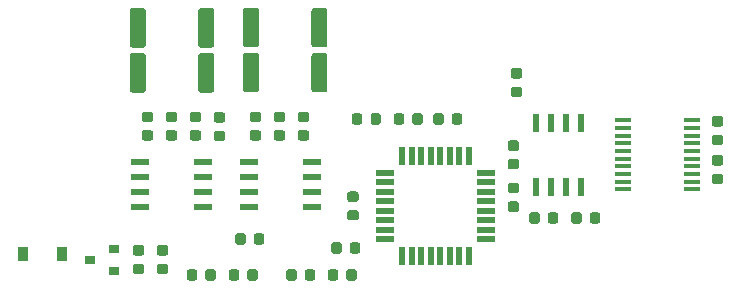
<source format=gbr>
G04 #@! TF.GenerationSoftware,KiCad,Pcbnew,(5.0.0)*
G04 #@! TF.CreationDate,2018-10-13T15:30:37-04:00*
G04 #@! TF.ProjectId,GLVColoumbCounterTest,474C56436F6C6F756D62436F756E7465,rev?*
G04 #@! TF.SameCoordinates,Original*
G04 #@! TF.FileFunction,Paste,Top*
G04 #@! TF.FilePolarity,Positive*
%FSLAX46Y46*%
G04 Gerber Fmt 4.6, Leading zero omitted, Abs format (unit mm)*
G04 Created by KiCad (PCBNEW (5.0.0)) date 10/13/18 15:30:37*
%MOMM*%
%LPD*%
G01*
G04 APERTURE LIST*
%ADD10R,1.600000X0.550000*%
%ADD11R,0.550000X1.600000*%
%ADD12C,0.100000*%
%ADD13C,0.875000*%
%ADD14R,0.900000X0.800000*%
%ADD15R,1.550000X0.600000*%
%ADD16R,0.600000X1.550000*%
%ADD17R,1.450000X0.450000*%
%ADD18C,1.350000*%
%ADD19R,0.900000X1.200000*%
G04 APERTURE END LIST*
D10*
G04 #@! TO.C,U4*
X143696000Y-74428000D03*
X143696000Y-73628000D03*
X143696000Y-72828000D03*
X143696000Y-72028000D03*
X143696000Y-71228000D03*
X143696000Y-70428000D03*
X143696000Y-69628000D03*
X143696000Y-68828000D03*
D11*
X142246000Y-67378000D03*
X141446000Y-67378000D03*
X140646000Y-67378000D03*
X139846000Y-67378000D03*
X139046000Y-67378000D03*
X138246000Y-67378000D03*
X137446000Y-67378000D03*
X136646000Y-67378000D03*
D10*
X135196000Y-68828000D03*
X135196000Y-69628000D03*
X135196000Y-70428000D03*
X135196000Y-71228000D03*
X135196000Y-72028000D03*
X135196000Y-72828000D03*
X135196000Y-73628000D03*
X135196000Y-74428000D03*
D11*
X136646000Y-75878000D03*
X137446000Y-75878000D03*
X138246000Y-75878000D03*
X139046000Y-75878000D03*
X139846000Y-75878000D03*
X140646000Y-75878000D03*
X141446000Y-75878000D03*
X142246000Y-75878000D03*
G04 #@! TD*
D12*
G04 #@! TO.C,C1*
G36*
X139940191Y-63788053D02*
X139961426Y-63791203D01*
X139982250Y-63796419D01*
X140002462Y-63803651D01*
X140021868Y-63812830D01*
X140040281Y-63823866D01*
X140057524Y-63836654D01*
X140073430Y-63851070D01*
X140087846Y-63866976D01*
X140100634Y-63884219D01*
X140111670Y-63902632D01*
X140120849Y-63922038D01*
X140128081Y-63942250D01*
X140133297Y-63963074D01*
X140136447Y-63984309D01*
X140137500Y-64005750D01*
X140137500Y-64518250D01*
X140136447Y-64539691D01*
X140133297Y-64560926D01*
X140128081Y-64581750D01*
X140120849Y-64601962D01*
X140111670Y-64621368D01*
X140100634Y-64639781D01*
X140087846Y-64657024D01*
X140073430Y-64672930D01*
X140057524Y-64687346D01*
X140040281Y-64700134D01*
X140021868Y-64711170D01*
X140002462Y-64720349D01*
X139982250Y-64727581D01*
X139961426Y-64732797D01*
X139940191Y-64735947D01*
X139918750Y-64737000D01*
X139481250Y-64737000D01*
X139459809Y-64735947D01*
X139438574Y-64732797D01*
X139417750Y-64727581D01*
X139397538Y-64720349D01*
X139378132Y-64711170D01*
X139359719Y-64700134D01*
X139342476Y-64687346D01*
X139326570Y-64672930D01*
X139312154Y-64657024D01*
X139299366Y-64639781D01*
X139288330Y-64621368D01*
X139279151Y-64601962D01*
X139271919Y-64581750D01*
X139266703Y-64560926D01*
X139263553Y-64539691D01*
X139262500Y-64518250D01*
X139262500Y-64005750D01*
X139263553Y-63984309D01*
X139266703Y-63963074D01*
X139271919Y-63942250D01*
X139279151Y-63922038D01*
X139288330Y-63902632D01*
X139299366Y-63884219D01*
X139312154Y-63866976D01*
X139326570Y-63851070D01*
X139342476Y-63836654D01*
X139359719Y-63823866D01*
X139378132Y-63812830D01*
X139397538Y-63803651D01*
X139417750Y-63796419D01*
X139438574Y-63791203D01*
X139459809Y-63788053D01*
X139481250Y-63787000D01*
X139918750Y-63787000D01*
X139940191Y-63788053D01*
X139940191Y-63788053D01*
G37*
D13*
X139700000Y-64262000D03*
D12*
G36*
X141515191Y-63788053D02*
X141536426Y-63791203D01*
X141557250Y-63796419D01*
X141577462Y-63803651D01*
X141596868Y-63812830D01*
X141615281Y-63823866D01*
X141632524Y-63836654D01*
X141648430Y-63851070D01*
X141662846Y-63866976D01*
X141675634Y-63884219D01*
X141686670Y-63902632D01*
X141695849Y-63922038D01*
X141703081Y-63942250D01*
X141708297Y-63963074D01*
X141711447Y-63984309D01*
X141712500Y-64005750D01*
X141712500Y-64518250D01*
X141711447Y-64539691D01*
X141708297Y-64560926D01*
X141703081Y-64581750D01*
X141695849Y-64601962D01*
X141686670Y-64621368D01*
X141675634Y-64639781D01*
X141662846Y-64657024D01*
X141648430Y-64672930D01*
X141632524Y-64687346D01*
X141615281Y-64700134D01*
X141596868Y-64711170D01*
X141577462Y-64720349D01*
X141557250Y-64727581D01*
X141536426Y-64732797D01*
X141515191Y-64735947D01*
X141493750Y-64737000D01*
X141056250Y-64737000D01*
X141034809Y-64735947D01*
X141013574Y-64732797D01*
X140992750Y-64727581D01*
X140972538Y-64720349D01*
X140953132Y-64711170D01*
X140934719Y-64700134D01*
X140917476Y-64687346D01*
X140901570Y-64672930D01*
X140887154Y-64657024D01*
X140874366Y-64639781D01*
X140863330Y-64621368D01*
X140854151Y-64601962D01*
X140846919Y-64581750D01*
X140841703Y-64560926D01*
X140838553Y-64539691D01*
X140837500Y-64518250D01*
X140837500Y-64005750D01*
X140838553Y-63984309D01*
X140841703Y-63963074D01*
X140846919Y-63942250D01*
X140854151Y-63922038D01*
X140863330Y-63902632D01*
X140874366Y-63884219D01*
X140887154Y-63866976D01*
X140901570Y-63851070D01*
X140917476Y-63836654D01*
X140934719Y-63823866D01*
X140953132Y-63812830D01*
X140972538Y-63803651D01*
X140992750Y-63796419D01*
X141013574Y-63791203D01*
X141034809Y-63788053D01*
X141056250Y-63787000D01*
X141493750Y-63787000D01*
X141515191Y-63788053D01*
X141515191Y-63788053D01*
G37*
D13*
X141275000Y-64262000D03*
G04 #@! TD*
D12*
G04 #@! TO.C,C2*
G36*
X163599691Y-64028553D02*
X163620926Y-64031703D01*
X163641750Y-64036919D01*
X163661962Y-64044151D01*
X163681368Y-64053330D01*
X163699781Y-64064366D01*
X163717024Y-64077154D01*
X163732930Y-64091570D01*
X163747346Y-64107476D01*
X163760134Y-64124719D01*
X163771170Y-64143132D01*
X163780349Y-64162538D01*
X163787581Y-64182750D01*
X163792797Y-64203574D01*
X163795947Y-64224809D01*
X163797000Y-64246250D01*
X163797000Y-64683750D01*
X163795947Y-64705191D01*
X163792797Y-64726426D01*
X163787581Y-64747250D01*
X163780349Y-64767462D01*
X163771170Y-64786868D01*
X163760134Y-64805281D01*
X163747346Y-64822524D01*
X163732930Y-64838430D01*
X163717024Y-64852846D01*
X163699781Y-64865634D01*
X163681368Y-64876670D01*
X163661962Y-64885849D01*
X163641750Y-64893081D01*
X163620926Y-64898297D01*
X163599691Y-64901447D01*
X163578250Y-64902500D01*
X163065750Y-64902500D01*
X163044309Y-64901447D01*
X163023074Y-64898297D01*
X163002250Y-64893081D01*
X162982038Y-64885849D01*
X162962632Y-64876670D01*
X162944219Y-64865634D01*
X162926976Y-64852846D01*
X162911070Y-64838430D01*
X162896654Y-64822524D01*
X162883866Y-64805281D01*
X162872830Y-64786868D01*
X162863651Y-64767462D01*
X162856419Y-64747250D01*
X162851203Y-64726426D01*
X162848053Y-64705191D01*
X162847000Y-64683750D01*
X162847000Y-64246250D01*
X162848053Y-64224809D01*
X162851203Y-64203574D01*
X162856419Y-64182750D01*
X162863651Y-64162538D01*
X162872830Y-64143132D01*
X162883866Y-64124719D01*
X162896654Y-64107476D01*
X162911070Y-64091570D01*
X162926976Y-64077154D01*
X162944219Y-64064366D01*
X162962632Y-64053330D01*
X162982038Y-64044151D01*
X163002250Y-64036919D01*
X163023074Y-64031703D01*
X163044309Y-64028553D01*
X163065750Y-64027500D01*
X163578250Y-64027500D01*
X163599691Y-64028553D01*
X163599691Y-64028553D01*
G37*
D13*
X163322000Y-64465000D03*
D12*
G36*
X163599691Y-65603553D02*
X163620926Y-65606703D01*
X163641750Y-65611919D01*
X163661962Y-65619151D01*
X163681368Y-65628330D01*
X163699781Y-65639366D01*
X163717024Y-65652154D01*
X163732930Y-65666570D01*
X163747346Y-65682476D01*
X163760134Y-65699719D01*
X163771170Y-65718132D01*
X163780349Y-65737538D01*
X163787581Y-65757750D01*
X163792797Y-65778574D01*
X163795947Y-65799809D01*
X163797000Y-65821250D01*
X163797000Y-66258750D01*
X163795947Y-66280191D01*
X163792797Y-66301426D01*
X163787581Y-66322250D01*
X163780349Y-66342462D01*
X163771170Y-66361868D01*
X163760134Y-66380281D01*
X163747346Y-66397524D01*
X163732930Y-66413430D01*
X163717024Y-66427846D01*
X163699781Y-66440634D01*
X163681368Y-66451670D01*
X163661962Y-66460849D01*
X163641750Y-66468081D01*
X163620926Y-66473297D01*
X163599691Y-66476447D01*
X163578250Y-66477500D01*
X163065750Y-66477500D01*
X163044309Y-66476447D01*
X163023074Y-66473297D01*
X163002250Y-66468081D01*
X162982038Y-66460849D01*
X162962632Y-66451670D01*
X162944219Y-66440634D01*
X162926976Y-66427846D01*
X162911070Y-66413430D01*
X162896654Y-66397524D01*
X162883866Y-66380281D01*
X162872830Y-66361868D01*
X162863651Y-66342462D01*
X162856419Y-66322250D01*
X162851203Y-66301426D01*
X162848053Y-66280191D01*
X162847000Y-66258750D01*
X162847000Y-65821250D01*
X162848053Y-65799809D01*
X162851203Y-65778574D01*
X162856419Y-65757750D01*
X162863651Y-65737538D01*
X162872830Y-65718132D01*
X162883866Y-65699719D01*
X162896654Y-65682476D01*
X162911070Y-65666570D01*
X162926976Y-65652154D01*
X162944219Y-65639366D01*
X162962632Y-65628330D01*
X162982038Y-65619151D01*
X163002250Y-65611919D01*
X163023074Y-65606703D01*
X163044309Y-65603553D01*
X163065750Y-65602500D01*
X163578250Y-65602500D01*
X163599691Y-65603553D01*
X163599691Y-65603553D01*
G37*
D13*
X163322000Y-66040000D03*
G04 #@! TD*
D12*
G04 #@! TO.C,C3*
G36*
X136587191Y-63788053D02*
X136608426Y-63791203D01*
X136629250Y-63796419D01*
X136649462Y-63803651D01*
X136668868Y-63812830D01*
X136687281Y-63823866D01*
X136704524Y-63836654D01*
X136720430Y-63851070D01*
X136734846Y-63866976D01*
X136747634Y-63884219D01*
X136758670Y-63902632D01*
X136767849Y-63922038D01*
X136775081Y-63942250D01*
X136780297Y-63963074D01*
X136783447Y-63984309D01*
X136784500Y-64005750D01*
X136784500Y-64518250D01*
X136783447Y-64539691D01*
X136780297Y-64560926D01*
X136775081Y-64581750D01*
X136767849Y-64601962D01*
X136758670Y-64621368D01*
X136747634Y-64639781D01*
X136734846Y-64657024D01*
X136720430Y-64672930D01*
X136704524Y-64687346D01*
X136687281Y-64700134D01*
X136668868Y-64711170D01*
X136649462Y-64720349D01*
X136629250Y-64727581D01*
X136608426Y-64732797D01*
X136587191Y-64735947D01*
X136565750Y-64737000D01*
X136128250Y-64737000D01*
X136106809Y-64735947D01*
X136085574Y-64732797D01*
X136064750Y-64727581D01*
X136044538Y-64720349D01*
X136025132Y-64711170D01*
X136006719Y-64700134D01*
X135989476Y-64687346D01*
X135973570Y-64672930D01*
X135959154Y-64657024D01*
X135946366Y-64639781D01*
X135935330Y-64621368D01*
X135926151Y-64601962D01*
X135918919Y-64581750D01*
X135913703Y-64560926D01*
X135910553Y-64539691D01*
X135909500Y-64518250D01*
X135909500Y-64005750D01*
X135910553Y-63984309D01*
X135913703Y-63963074D01*
X135918919Y-63942250D01*
X135926151Y-63922038D01*
X135935330Y-63902632D01*
X135946366Y-63884219D01*
X135959154Y-63866976D01*
X135973570Y-63851070D01*
X135989476Y-63836654D01*
X136006719Y-63823866D01*
X136025132Y-63812830D01*
X136044538Y-63803651D01*
X136064750Y-63796419D01*
X136085574Y-63791203D01*
X136106809Y-63788053D01*
X136128250Y-63787000D01*
X136565750Y-63787000D01*
X136587191Y-63788053D01*
X136587191Y-63788053D01*
G37*
D13*
X136347000Y-64262000D03*
D12*
G36*
X138162191Y-63788053D02*
X138183426Y-63791203D01*
X138204250Y-63796419D01*
X138224462Y-63803651D01*
X138243868Y-63812830D01*
X138262281Y-63823866D01*
X138279524Y-63836654D01*
X138295430Y-63851070D01*
X138309846Y-63866976D01*
X138322634Y-63884219D01*
X138333670Y-63902632D01*
X138342849Y-63922038D01*
X138350081Y-63942250D01*
X138355297Y-63963074D01*
X138358447Y-63984309D01*
X138359500Y-64005750D01*
X138359500Y-64518250D01*
X138358447Y-64539691D01*
X138355297Y-64560926D01*
X138350081Y-64581750D01*
X138342849Y-64601962D01*
X138333670Y-64621368D01*
X138322634Y-64639781D01*
X138309846Y-64657024D01*
X138295430Y-64672930D01*
X138279524Y-64687346D01*
X138262281Y-64700134D01*
X138243868Y-64711170D01*
X138224462Y-64720349D01*
X138204250Y-64727581D01*
X138183426Y-64732797D01*
X138162191Y-64735947D01*
X138140750Y-64737000D01*
X137703250Y-64737000D01*
X137681809Y-64735947D01*
X137660574Y-64732797D01*
X137639750Y-64727581D01*
X137619538Y-64720349D01*
X137600132Y-64711170D01*
X137581719Y-64700134D01*
X137564476Y-64687346D01*
X137548570Y-64672930D01*
X137534154Y-64657024D01*
X137521366Y-64639781D01*
X137510330Y-64621368D01*
X137501151Y-64601962D01*
X137493919Y-64581750D01*
X137488703Y-64560926D01*
X137485553Y-64539691D01*
X137484500Y-64518250D01*
X137484500Y-64005750D01*
X137485553Y-63984309D01*
X137488703Y-63963074D01*
X137493919Y-63942250D01*
X137501151Y-63922038D01*
X137510330Y-63902632D01*
X137521366Y-63884219D01*
X137534154Y-63866976D01*
X137548570Y-63851070D01*
X137564476Y-63836654D01*
X137581719Y-63823866D01*
X137600132Y-63812830D01*
X137619538Y-63803651D01*
X137639750Y-63796419D01*
X137660574Y-63791203D01*
X137681809Y-63788053D01*
X137703250Y-63787000D01*
X138140750Y-63787000D01*
X138162191Y-63788053D01*
X138162191Y-63788053D01*
G37*
D13*
X137922000Y-64262000D03*
G04 #@! TD*
D12*
G04 #@! TO.C,C4*
G36*
X146327691Y-67661053D02*
X146348926Y-67664203D01*
X146369750Y-67669419D01*
X146389962Y-67676651D01*
X146409368Y-67685830D01*
X146427781Y-67696866D01*
X146445024Y-67709654D01*
X146460930Y-67724070D01*
X146475346Y-67739976D01*
X146488134Y-67757219D01*
X146499170Y-67775632D01*
X146508349Y-67795038D01*
X146515581Y-67815250D01*
X146520797Y-67836074D01*
X146523947Y-67857309D01*
X146525000Y-67878750D01*
X146525000Y-68316250D01*
X146523947Y-68337691D01*
X146520797Y-68358926D01*
X146515581Y-68379750D01*
X146508349Y-68399962D01*
X146499170Y-68419368D01*
X146488134Y-68437781D01*
X146475346Y-68455024D01*
X146460930Y-68470930D01*
X146445024Y-68485346D01*
X146427781Y-68498134D01*
X146409368Y-68509170D01*
X146389962Y-68518349D01*
X146369750Y-68525581D01*
X146348926Y-68530797D01*
X146327691Y-68533947D01*
X146306250Y-68535000D01*
X145793750Y-68535000D01*
X145772309Y-68533947D01*
X145751074Y-68530797D01*
X145730250Y-68525581D01*
X145710038Y-68518349D01*
X145690632Y-68509170D01*
X145672219Y-68498134D01*
X145654976Y-68485346D01*
X145639070Y-68470930D01*
X145624654Y-68455024D01*
X145611866Y-68437781D01*
X145600830Y-68419368D01*
X145591651Y-68399962D01*
X145584419Y-68379750D01*
X145579203Y-68358926D01*
X145576053Y-68337691D01*
X145575000Y-68316250D01*
X145575000Y-67878750D01*
X145576053Y-67857309D01*
X145579203Y-67836074D01*
X145584419Y-67815250D01*
X145591651Y-67795038D01*
X145600830Y-67775632D01*
X145611866Y-67757219D01*
X145624654Y-67739976D01*
X145639070Y-67724070D01*
X145654976Y-67709654D01*
X145672219Y-67696866D01*
X145690632Y-67685830D01*
X145710038Y-67676651D01*
X145730250Y-67669419D01*
X145751074Y-67664203D01*
X145772309Y-67661053D01*
X145793750Y-67660000D01*
X146306250Y-67660000D01*
X146327691Y-67661053D01*
X146327691Y-67661053D01*
G37*
D13*
X146050000Y-68097500D03*
D12*
G36*
X146327691Y-66086053D02*
X146348926Y-66089203D01*
X146369750Y-66094419D01*
X146389962Y-66101651D01*
X146409368Y-66110830D01*
X146427781Y-66121866D01*
X146445024Y-66134654D01*
X146460930Y-66149070D01*
X146475346Y-66164976D01*
X146488134Y-66182219D01*
X146499170Y-66200632D01*
X146508349Y-66220038D01*
X146515581Y-66240250D01*
X146520797Y-66261074D01*
X146523947Y-66282309D01*
X146525000Y-66303750D01*
X146525000Y-66741250D01*
X146523947Y-66762691D01*
X146520797Y-66783926D01*
X146515581Y-66804750D01*
X146508349Y-66824962D01*
X146499170Y-66844368D01*
X146488134Y-66862781D01*
X146475346Y-66880024D01*
X146460930Y-66895930D01*
X146445024Y-66910346D01*
X146427781Y-66923134D01*
X146409368Y-66934170D01*
X146389962Y-66943349D01*
X146369750Y-66950581D01*
X146348926Y-66955797D01*
X146327691Y-66958947D01*
X146306250Y-66960000D01*
X145793750Y-66960000D01*
X145772309Y-66958947D01*
X145751074Y-66955797D01*
X145730250Y-66950581D01*
X145710038Y-66943349D01*
X145690632Y-66934170D01*
X145672219Y-66923134D01*
X145654976Y-66910346D01*
X145639070Y-66895930D01*
X145624654Y-66880024D01*
X145611866Y-66862781D01*
X145600830Y-66844368D01*
X145591651Y-66824962D01*
X145584419Y-66804750D01*
X145579203Y-66783926D01*
X145576053Y-66762691D01*
X145575000Y-66741250D01*
X145575000Y-66303750D01*
X145576053Y-66282309D01*
X145579203Y-66261074D01*
X145584419Y-66240250D01*
X145591651Y-66220038D01*
X145600830Y-66200632D01*
X145611866Y-66182219D01*
X145624654Y-66164976D01*
X145639070Y-66149070D01*
X145654976Y-66134654D01*
X145672219Y-66121866D01*
X145690632Y-66110830D01*
X145710038Y-66101651D01*
X145730250Y-66094419D01*
X145751074Y-66089203D01*
X145772309Y-66086053D01*
X145793750Y-66085000D01*
X146306250Y-66085000D01*
X146327691Y-66086053D01*
X146327691Y-66086053D01*
G37*
D13*
X146050000Y-66522500D03*
G04 #@! TD*
D12*
G04 #@! TO.C,C5*
G36*
X126515691Y-65222553D02*
X126536926Y-65225703D01*
X126557750Y-65230919D01*
X126577962Y-65238151D01*
X126597368Y-65247330D01*
X126615781Y-65258366D01*
X126633024Y-65271154D01*
X126648930Y-65285570D01*
X126663346Y-65301476D01*
X126676134Y-65318719D01*
X126687170Y-65337132D01*
X126696349Y-65356538D01*
X126703581Y-65376750D01*
X126708797Y-65397574D01*
X126711947Y-65418809D01*
X126713000Y-65440250D01*
X126713000Y-65877750D01*
X126711947Y-65899191D01*
X126708797Y-65920426D01*
X126703581Y-65941250D01*
X126696349Y-65961462D01*
X126687170Y-65980868D01*
X126676134Y-65999281D01*
X126663346Y-66016524D01*
X126648930Y-66032430D01*
X126633024Y-66046846D01*
X126615781Y-66059634D01*
X126597368Y-66070670D01*
X126577962Y-66079849D01*
X126557750Y-66087081D01*
X126536926Y-66092297D01*
X126515691Y-66095447D01*
X126494250Y-66096500D01*
X125981750Y-66096500D01*
X125960309Y-66095447D01*
X125939074Y-66092297D01*
X125918250Y-66087081D01*
X125898038Y-66079849D01*
X125878632Y-66070670D01*
X125860219Y-66059634D01*
X125842976Y-66046846D01*
X125827070Y-66032430D01*
X125812654Y-66016524D01*
X125799866Y-65999281D01*
X125788830Y-65980868D01*
X125779651Y-65961462D01*
X125772419Y-65941250D01*
X125767203Y-65920426D01*
X125764053Y-65899191D01*
X125763000Y-65877750D01*
X125763000Y-65440250D01*
X125764053Y-65418809D01*
X125767203Y-65397574D01*
X125772419Y-65376750D01*
X125779651Y-65356538D01*
X125788830Y-65337132D01*
X125799866Y-65318719D01*
X125812654Y-65301476D01*
X125827070Y-65285570D01*
X125842976Y-65271154D01*
X125860219Y-65258366D01*
X125878632Y-65247330D01*
X125898038Y-65238151D01*
X125918250Y-65230919D01*
X125939074Y-65225703D01*
X125960309Y-65222553D01*
X125981750Y-65221500D01*
X126494250Y-65221500D01*
X126515691Y-65222553D01*
X126515691Y-65222553D01*
G37*
D13*
X126238000Y-65659000D03*
D12*
G36*
X126515691Y-63647553D02*
X126536926Y-63650703D01*
X126557750Y-63655919D01*
X126577962Y-63663151D01*
X126597368Y-63672330D01*
X126615781Y-63683366D01*
X126633024Y-63696154D01*
X126648930Y-63710570D01*
X126663346Y-63726476D01*
X126676134Y-63743719D01*
X126687170Y-63762132D01*
X126696349Y-63781538D01*
X126703581Y-63801750D01*
X126708797Y-63822574D01*
X126711947Y-63843809D01*
X126713000Y-63865250D01*
X126713000Y-64302750D01*
X126711947Y-64324191D01*
X126708797Y-64345426D01*
X126703581Y-64366250D01*
X126696349Y-64386462D01*
X126687170Y-64405868D01*
X126676134Y-64424281D01*
X126663346Y-64441524D01*
X126648930Y-64457430D01*
X126633024Y-64471846D01*
X126615781Y-64484634D01*
X126597368Y-64495670D01*
X126577962Y-64504849D01*
X126557750Y-64512081D01*
X126536926Y-64517297D01*
X126515691Y-64520447D01*
X126494250Y-64521500D01*
X125981750Y-64521500D01*
X125960309Y-64520447D01*
X125939074Y-64517297D01*
X125918250Y-64512081D01*
X125898038Y-64504849D01*
X125878632Y-64495670D01*
X125860219Y-64484634D01*
X125842976Y-64471846D01*
X125827070Y-64457430D01*
X125812654Y-64441524D01*
X125799866Y-64424281D01*
X125788830Y-64405868D01*
X125779651Y-64386462D01*
X125772419Y-64366250D01*
X125767203Y-64345426D01*
X125764053Y-64324191D01*
X125763000Y-64302750D01*
X125763000Y-63865250D01*
X125764053Y-63843809D01*
X125767203Y-63822574D01*
X125772419Y-63801750D01*
X125779651Y-63781538D01*
X125788830Y-63762132D01*
X125799866Y-63743719D01*
X125812654Y-63726476D01*
X125827070Y-63710570D01*
X125842976Y-63696154D01*
X125860219Y-63683366D01*
X125878632Y-63672330D01*
X125898038Y-63663151D01*
X125918250Y-63655919D01*
X125939074Y-63650703D01*
X125960309Y-63647553D01*
X125981750Y-63646500D01*
X126494250Y-63646500D01*
X126515691Y-63647553D01*
X126515691Y-63647553D01*
G37*
D13*
X126238000Y-64084000D03*
G04 #@! TD*
D12*
G04 #@! TO.C,C6*
G36*
X117371691Y-63647553D02*
X117392926Y-63650703D01*
X117413750Y-63655919D01*
X117433962Y-63663151D01*
X117453368Y-63672330D01*
X117471781Y-63683366D01*
X117489024Y-63696154D01*
X117504930Y-63710570D01*
X117519346Y-63726476D01*
X117532134Y-63743719D01*
X117543170Y-63762132D01*
X117552349Y-63781538D01*
X117559581Y-63801750D01*
X117564797Y-63822574D01*
X117567947Y-63843809D01*
X117569000Y-63865250D01*
X117569000Y-64302750D01*
X117567947Y-64324191D01*
X117564797Y-64345426D01*
X117559581Y-64366250D01*
X117552349Y-64386462D01*
X117543170Y-64405868D01*
X117532134Y-64424281D01*
X117519346Y-64441524D01*
X117504930Y-64457430D01*
X117489024Y-64471846D01*
X117471781Y-64484634D01*
X117453368Y-64495670D01*
X117433962Y-64504849D01*
X117413750Y-64512081D01*
X117392926Y-64517297D01*
X117371691Y-64520447D01*
X117350250Y-64521500D01*
X116837750Y-64521500D01*
X116816309Y-64520447D01*
X116795074Y-64517297D01*
X116774250Y-64512081D01*
X116754038Y-64504849D01*
X116734632Y-64495670D01*
X116716219Y-64484634D01*
X116698976Y-64471846D01*
X116683070Y-64457430D01*
X116668654Y-64441524D01*
X116655866Y-64424281D01*
X116644830Y-64405868D01*
X116635651Y-64386462D01*
X116628419Y-64366250D01*
X116623203Y-64345426D01*
X116620053Y-64324191D01*
X116619000Y-64302750D01*
X116619000Y-63865250D01*
X116620053Y-63843809D01*
X116623203Y-63822574D01*
X116628419Y-63801750D01*
X116635651Y-63781538D01*
X116644830Y-63762132D01*
X116655866Y-63743719D01*
X116668654Y-63726476D01*
X116683070Y-63710570D01*
X116698976Y-63696154D01*
X116716219Y-63683366D01*
X116734632Y-63672330D01*
X116754038Y-63663151D01*
X116774250Y-63655919D01*
X116795074Y-63650703D01*
X116816309Y-63647553D01*
X116837750Y-63646500D01*
X117350250Y-63646500D01*
X117371691Y-63647553D01*
X117371691Y-63647553D01*
G37*
D13*
X117094000Y-64084000D03*
D12*
G36*
X117371691Y-65222553D02*
X117392926Y-65225703D01*
X117413750Y-65230919D01*
X117433962Y-65238151D01*
X117453368Y-65247330D01*
X117471781Y-65258366D01*
X117489024Y-65271154D01*
X117504930Y-65285570D01*
X117519346Y-65301476D01*
X117532134Y-65318719D01*
X117543170Y-65337132D01*
X117552349Y-65356538D01*
X117559581Y-65376750D01*
X117564797Y-65397574D01*
X117567947Y-65418809D01*
X117569000Y-65440250D01*
X117569000Y-65877750D01*
X117567947Y-65899191D01*
X117564797Y-65920426D01*
X117559581Y-65941250D01*
X117552349Y-65961462D01*
X117543170Y-65980868D01*
X117532134Y-65999281D01*
X117519346Y-66016524D01*
X117504930Y-66032430D01*
X117489024Y-66046846D01*
X117471781Y-66059634D01*
X117453368Y-66070670D01*
X117433962Y-66079849D01*
X117413750Y-66087081D01*
X117392926Y-66092297D01*
X117371691Y-66095447D01*
X117350250Y-66096500D01*
X116837750Y-66096500D01*
X116816309Y-66095447D01*
X116795074Y-66092297D01*
X116774250Y-66087081D01*
X116754038Y-66079849D01*
X116734632Y-66070670D01*
X116716219Y-66059634D01*
X116698976Y-66046846D01*
X116683070Y-66032430D01*
X116668654Y-66016524D01*
X116655866Y-65999281D01*
X116644830Y-65980868D01*
X116635651Y-65961462D01*
X116628419Y-65941250D01*
X116623203Y-65920426D01*
X116620053Y-65899191D01*
X116619000Y-65877750D01*
X116619000Y-65440250D01*
X116620053Y-65418809D01*
X116623203Y-65397574D01*
X116628419Y-65376750D01*
X116635651Y-65356538D01*
X116644830Y-65337132D01*
X116655866Y-65318719D01*
X116668654Y-65301476D01*
X116683070Y-65285570D01*
X116698976Y-65271154D01*
X116716219Y-65258366D01*
X116734632Y-65247330D01*
X116754038Y-65238151D01*
X116774250Y-65230919D01*
X116795074Y-65225703D01*
X116816309Y-65222553D01*
X116837750Y-65221500D01*
X117350250Y-65221500D01*
X117371691Y-65222553D01*
X117371691Y-65222553D01*
G37*
D13*
X117094000Y-65659000D03*
G04 #@! TD*
D12*
G04 #@! TO.C,C7*
G36*
X146327691Y-69667553D02*
X146348926Y-69670703D01*
X146369750Y-69675919D01*
X146389962Y-69683151D01*
X146409368Y-69692330D01*
X146427781Y-69703366D01*
X146445024Y-69716154D01*
X146460930Y-69730570D01*
X146475346Y-69746476D01*
X146488134Y-69763719D01*
X146499170Y-69782132D01*
X146508349Y-69801538D01*
X146515581Y-69821750D01*
X146520797Y-69842574D01*
X146523947Y-69863809D01*
X146525000Y-69885250D01*
X146525000Y-70322750D01*
X146523947Y-70344191D01*
X146520797Y-70365426D01*
X146515581Y-70386250D01*
X146508349Y-70406462D01*
X146499170Y-70425868D01*
X146488134Y-70444281D01*
X146475346Y-70461524D01*
X146460930Y-70477430D01*
X146445024Y-70491846D01*
X146427781Y-70504634D01*
X146409368Y-70515670D01*
X146389962Y-70524849D01*
X146369750Y-70532081D01*
X146348926Y-70537297D01*
X146327691Y-70540447D01*
X146306250Y-70541500D01*
X145793750Y-70541500D01*
X145772309Y-70540447D01*
X145751074Y-70537297D01*
X145730250Y-70532081D01*
X145710038Y-70524849D01*
X145690632Y-70515670D01*
X145672219Y-70504634D01*
X145654976Y-70491846D01*
X145639070Y-70477430D01*
X145624654Y-70461524D01*
X145611866Y-70444281D01*
X145600830Y-70425868D01*
X145591651Y-70406462D01*
X145584419Y-70386250D01*
X145579203Y-70365426D01*
X145576053Y-70344191D01*
X145575000Y-70322750D01*
X145575000Y-69885250D01*
X145576053Y-69863809D01*
X145579203Y-69842574D01*
X145584419Y-69821750D01*
X145591651Y-69801538D01*
X145600830Y-69782132D01*
X145611866Y-69763719D01*
X145624654Y-69746476D01*
X145639070Y-69730570D01*
X145654976Y-69716154D01*
X145672219Y-69703366D01*
X145690632Y-69692330D01*
X145710038Y-69683151D01*
X145730250Y-69675919D01*
X145751074Y-69670703D01*
X145772309Y-69667553D01*
X145793750Y-69666500D01*
X146306250Y-69666500D01*
X146327691Y-69667553D01*
X146327691Y-69667553D01*
G37*
D13*
X146050000Y-70104000D03*
D12*
G36*
X146327691Y-71242553D02*
X146348926Y-71245703D01*
X146369750Y-71250919D01*
X146389962Y-71258151D01*
X146409368Y-71267330D01*
X146427781Y-71278366D01*
X146445024Y-71291154D01*
X146460930Y-71305570D01*
X146475346Y-71321476D01*
X146488134Y-71338719D01*
X146499170Y-71357132D01*
X146508349Y-71376538D01*
X146515581Y-71396750D01*
X146520797Y-71417574D01*
X146523947Y-71438809D01*
X146525000Y-71460250D01*
X146525000Y-71897750D01*
X146523947Y-71919191D01*
X146520797Y-71940426D01*
X146515581Y-71961250D01*
X146508349Y-71981462D01*
X146499170Y-72000868D01*
X146488134Y-72019281D01*
X146475346Y-72036524D01*
X146460930Y-72052430D01*
X146445024Y-72066846D01*
X146427781Y-72079634D01*
X146409368Y-72090670D01*
X146389962Y-72099849D01*
X146369750Y-72107081D01*
X146348926Y-72112297D01*
X146327691Y-72115447D01*
X146306250Y-72116500D01*
X145793750Y-72116500D01*
X145772309Y-72115447D01*
X145751074Y-72112297D01*
X145730250Y-72107081D01*
X145710038Y-72099849D01*
X145690632Y-72090670D01*
X145672219Y-72079634D01*
X145654976Y-72066846D01*
X145639070Y-72052430D01*
X145624654Y-72036524D01*
X145611866Y-72019281D01*
X145600830Y-72000868D01*
X145591651Y-71981462D01*
X145584419Y-71961250D01*
X145579203Y-71940426D01*
X145576053Y-71919191D01*
X145575000Y-71897750D01*
X145575000Y-71460250D01*
X145576053Y-71438809D01*
X145579203Y-71417574D01*
X145584419Y-71396750D01*
X145591651Y-71376538D01*
X145600830Y-71357132D01*
X145611866Y-71338719D01*
X145624654Y-71321476D01*
X145639070Y-71305570D01*
X145654976Y-71291154D01*
X145672219Y-71278366D01*
X145690632Y-71267330D01*
X145710038Y-71258151D01*
X145730250Y-71250919D01*
X145751074Y-71245703D01*
X145772309Y-71242553D01*
X145793750Y-71241500D01*
X146306250Y-71241500D01*
X146327691Y-71242553D01*
X146327691Y-71242553D01*
G37*
D13*
X146050000Y-71679000D03*
G04 #@! TD*
D12*
G04 #@! TO.C,D1*
G36*
X132574191Y-76996053D02*
X132595426Y-76999203D01*
X132616250Y-77004419D01*
X132636462Y-77011651D01*
X132655868Y-77020830D01*
X132674281Y-77031866D01*
X132691524Y-77044654D01*
X132707430Y-77059070D01*
X132721846Y-77074976D01*
X132734634Y-77092219D01*
X132745670Y-77110632D01*
X132754849Y-77130038D01*
X132762081Y-77150250D01*
X132767297Y-77171074D01*
X132770447Y-77192309D01*
X132771500Y-77213750D01*
X132771500Y-77726250D01*
X132770447Y-77747691D01*
X132767297Y-77768926D01*
X132762081Y-77789750D01*
X132754849Y-77809962D01*
X132745670Y-77829368D01*
X132734634Y-77847781D01*
X132721846Y-77865024D01*
X132707430Y-77880930D01*
X132691524Y-77895346D01*
X132674281Y-77908134D01*
X132655868Y-77919170D01*
X132636462Y-77928349D01*
X132616250Y-77935581D01*
X132595426Y-77940797D01*
X132574191Y-77943947D01*
X132552750Y-77945000D01*
X132115250Y-77945000D01*
X132093809Y-77943947D01*
X132072574Y-77940797D01*
X132051750Y-77935581D01*
X132031538Y-77928349D01*
X132012132Y-77919170D01*
X131993719Y-77908134D01*
X131976476Y-77895346D01*
X131960570Y-77880930D01*
X131946154Y-77865024D01*
X131933366Y-77847781D01*
X131922330Y-77829368D01*
X131913151Y-77809962D01*
X131905919Y-77789750D01*
X131900703Y-77768926D01*
X131897553Y-77747691D01*
X131896500Y-77726250D01*
X131896500Y-77213750D01*
X131897553Y-77192309D01*
X131900703Y-77171074D01*
X131905919Y-77150250D01*
X131913151Y-77130038D01*
X131922330Y-77110632D01*
X131933366Y-77092219D01*
X131946154Y-77074976D01*
X131960570Y-77059070D01*
X131976476Y-77044654D01*
X131993719Y-77031866D01*
X132012132Y-77020830D01*
X132031538Y-77011651D01*
X132051750Y-77004419D01*
X132072574Y-76999203D01*
X132093809Y-76996053D01*
X132115250Y-76995000D01*
X132552750Y-76995000D01*
X132574191Y-76996053D01*
X132574191Y-76996053D01*
G37*
D13*
X132334000Y-77470000D03*
D12*
G36*
X130999191Y-76996053D02*
X131020426Y-76999203D01*
X131041250Y-77004419D01*
X131061462Y-77011651D01*
X131080868Y-77020830D01*
X131099281Y-77031866D01*
X131116524Y-77044654D01*
X131132430Y-77059070D01*
X131146846Y-77074976D01*
X131159634Y-77092219D01*
X131170670Y-77110632D01*
X131179849Y-77130038D01*
X131187081Y-77150250D01*
X131192297Y-77171074D01*
X131195447Y-77192309D01*
X131196500Y-77213750D01*
X131196500Y-77726250D01*
X131195447Y-77747691D01*
X131192297Y-77768926D01*
X131187081Y-77789750D01*
X131179849Y-77809962D01*
X131170670Y-77829368D01*
X131159634Y-77847781D01*
X131146846Y-77865024D01*
X131132430Y-77880930D01*
X131116524Y-77895346D01*
X131099281Y-77908134D01*
X131080868Y-77919170D01*
X131061462Y-77928349D01*
X131041250Y-77935581D01*
X131020426Y-77940797D01*
X130999191Y-77943947D01*
X130977750Y-77945000D01*
X130540250Y-77945000D01*
X130518809Y-77943947D01*
X130497574Y-77940797D01*
X130476750Y-77935581D01*
X130456538Y-77928349D01*
X130437132Y-77919170D01*
X130418719Y-77908134D01*
X130401476Y-77895346D01*
X130385570Y-77880930D01*
X130371154Y-77865024D01*
X130358366Y-77847781D01*
X130347330Y-77829368D01*
X130338151Y-77809962D01*
X130330919Y-77789750D01*
X130325703Y-77768926D01*
X130322553Y-77747691D01*
X130321500Y-77726250D01*
X130321500Y-77213750D01*
X130322553Y-77192309D01*
X130325703Y-77171074D01*
X130330919Y-77150250D01*
X130338151Y-77130038D01*
X130347330Y-77110632D01*
X130358366Y-77092219D01*
X130371154Y-77074976D01*
X130385570Y-77059070D01*
X130401476Y-77044654D01*
X130418719Y-77031866D01*
X130437132Y-77020830D01*
X130456538Y-77011651D01*
X130476750Y-77004419D01*
X130497574Y-76999203D01*
X130518809Y-76996053D01*
X130540250Y-76995000D01*
X130977750Y-76995000D01*
X130999191Y-76996053D01*
X130999191Y-76996053D01*
G37*
D13*
X130759000Y-77470000D03*
G04 #@! TD*
D12*
G04 #@! TO.C,D2*
G36*
X122617191Y-76996053D02*
X122638426Y-76999203D01*
X122659250Y-77004419D01*
X122679462Y-77011651D01*
X122698868Y-77020830D01*
X122717281Y-77031866D01*
X122734524Y-77044654D01*
X122750430Y-77059070D01*
X122764846Y-77074976D01*
X122777634Y-77092219D01*
X122788670Y-77110632D01*
X122797849Y-77130038D01*
X122805081Y-77150250D01*
X122810297Y-77171074D01*
X122813447Y-77192309D01*
X122814500Y-77213750D01*
X122814500Y-77726250D01*
X122813447Y-77747691D01*
X122810297Y-77768926D01*
X122805081Y-77789750D01*
X122797849Y-77809962D01*
X122788670Y-77829368D01*
X122777634Y-77847781D01*
X122764846Y-77865024D01*
X122750430Y-77880930D01*
X122734524Y-77895346D01*
X122717281Y-77908134D01*
X122698868Y-77919170D01*
X122679462Y-77928349D01*
X122659250Y-77935581D01*
X122638426Y-77940797D01*
X122617191Y-77943947D01*
X122595750Y-77945000D01*
X122158250Y-77945000D01*
X122136809Y-77943947D01*
X122115574Y-77940797D01*
X122094750Y-77935581D01*
X122074538Y-77928349D01*
X122055132Y-77919170D01*
X122036719Y-77908134D01*
X122019476Y-77895346D01*
X122003570Y-77880930D01*
X121989154Y-77865024D01*
X121976366Y-77847781D01*
X121965330Y-77829368D01*
X121956151Y-77809962D01*
X121948919Y-77789750D01*
X121943703Y-77768926D01*
X121940553Y-77747691D01*
X121939500Y-77726250D01*
X121939500Y-77213750D01*
X121940553Y-77192309D01*
X121943703Y-77171074D01*
X121948919Y-77150250D01*
X121956151Y-77130038D01*
X121965330Y-77110632D01*
X121976366Y-77092219D01*
X121989154Y-77074976D01*
X122003570Y-77059070D01*
X122019476Y-77044654D01*
X122036719Y-77031866D01*
X122055132Y-77020830D01*
X122074538Y-77011651D01*
X122094750Y-77004419D01*
X122115574Y-76999203D01*
X122136809Y-76996053D01*
X122158250Y-76995000D01*
X122595750Y-76995000D01*
X122617191Y-76996053D01*
X122617191Y-76996053D01*
G37*
D13*
X122377000Y-77470000D03*
D12*
G36*
X124192191Y-76996053D02*
X124213426Y-76999203D01*
X124234250Y-77004419D01*
X124254462Y-77011651D01*
X124273868Y-77020830D01*
X124292281Y-77031866D01*
X124309524Y-77044654D01*
X124325430Y-77059070D01*
X124339846Y-77074976D01*
X124352634Y-77092219D01*
X124363670Y-77110632D01*
X124372849Y-77130038D01*
X124380081Y-77150250D01*
X124385297Y-77171074D01*
X124388447Y-77192309D01*
X124389500Y-77213750D01*
X124389500Y-77726250D01*
X124388447Y-77747691D01*
X124385297Y-77768926D01*
X124380081Y-77789750D01*
X124372849Y-77809962D01*
X124363670Y-77829368D01*
X124352634Y-77847781D01*
X124339846Y-77865024D01*
X124325430Y-77880930D01*
X124309524Y-77895346D01*
X124292281Y-77908134D01*
X124273868Y-77919170D01*
X124254462Y-77928349D01*
X124234250Y-77935581D01*
X124213426Y-77940797D01*
X124192191Y-77943947D01*
X124170750Y-77945000D01*
X123733250Y-77945000D01*
X123711809Y-77943947D01*
X123690574Y-77940797D01*
X123669750Y-77935581D01*
X123649538Y-77928349D01*
X123630132Y-77919170D01*
X123611719Y-77908134D01*
X123594476Y-77895346D01*
X123578570Y-77880930D01*
X123564154Y-77865024D01*
X123551366Y-77847781D01*
X123540330Y-77829368D01*
X123531151Y-77809962D01*
X123523919Y-77789750D01*
X123518703Y-77768926D01*
X123515553Y-77747691D01*
X123514500Y-77726250D01*
X123514500Y-77213750D01*
X123515553Y-77192309D01*
X123518703Y-77171074D01*
X123523919Y-77150250D01*
X123531151Y-77130038D01*
X123540330Y-77110632D01*
X123551366Y-77092219D01*
X123564154Y-77074976D01*
X123578570Y-77059070D01*
X123594476Y-77044654D01*
X123611719Y-77031866D01*
X123630132Y-77020830D01*
X123649538Y-77011651D01*
X123669750Y-77004419D01*
X123690574Y-76999203D01*
X123711809Y-76996053D01*
X123733250Y-76995000D01*
X124170750Y-76995000D01*
X124192191Y-76996053D01*
X124192191Y-76996053D01*
G37*
D13*
X123952000Y-77470000D03*
G04 #@! TD*
D14*
G04 #@! TO.C,Q1*
X112236000Y-77150000D03*
X112236000Y-75250000D03*
X110236000Y-76200000D03*
G04 #@! TD*
D12*
G04 #@! TO.C,R2*
G36*
X116609691Y-76525553D02*
X116630926Y-76528703D01*
X116651750Y-76533919D01*
X116671962Y-76541151D01*
X116691368Y-76550330D01*
X116709781Y-76561366D01*
X116727024Y-76574154D01*
X116742930Y-76588570D01*
X116757346Y-76604476D01*
X116770134Y-76621719D01*
X116781170Y-76640132D01*
X116790349Y-76659538D01*
X116797581Y-76679750D01*
X116802797Y-76700574D01*
X116805947Y-76721809D01*
X116807000Y-76743250D01*
X116807000Y-77180750D01*
X116805947Y-77202191D01*
X116802797Y-77223426D01*
X116797581Y-77244250D01*
X116790349Y-77264462D01*
X116781170Y-77283868D01*
X116770134Y-77302281D01*
X116757346Y-77319524D01*
X116742930Y-77335430D01*
X116727024Y-77349846D01*
X116709781Y-77362634D01*
X116691368Y-77373670D01*
X116671962Y-77382849D01*
X116651750Y-77390081D01*
X116630926Y-77395297D01*
X116609691Y-77398447D01*
X116588250Y-77399500D01*
X116075750Y-77399500D01*
X116054309Y-77398447D01*
X116033074Y-77395297D01*
X116012250Y-77390081D01*
X115992038Y-77382849D01*
X115972632Y-77373670D01*
X115954219Y-77362634D01*
X115936976Y-77349846D01*
X115921070Y-77335430D01*
X115906654Y-77319524D01*
X115893866Y-77302281D01*
X115882830Y-77283868D01*
X115873651Y-77264462D01*
X115866419Y-77244250D01*
X115861203Y-77223426D01*
X115858053Y-77202191D01*
X115857000Y-77180750D01*
X115857000Y-76743250D01*
X115858053Y-76721809D01*
X115861203Y-76700574D01*
X115866419Y-76679750D01*
X115873651Y-76659538D01*
X115882830Y-76640132D01*
X115893866Y-76621719D01*
X115906654Y-76604476D01*
X115921070Y-76588570D01*
X115936976Y-76574154D01*
X115954219Y-76561366D01*
X115972632Y-76550330D01*
X115992038Y-76541151D01*
X116012250Y-76533919D01*
X116033074Y-76528703D01*
X116054309Y-76525553D01*
X116075750Y-76524500D01*
X116588250Y-76524500D01*
X116609691Y-76525553D01*
X116609691Y-76525553D01*
G37*
D13*
X116332000Y-76962000D03*
D12*
G36*
X116609691Y-74950553D02*
X116630926Y-74953703D01*
X116651750Y-74958919D01*
X116671962Y-74966151D01*
X116691368Y-74975330D01*
X116709781Y-74986366D01*
X116727024Y-74999154D01*
X116742930Y-75013570D01*
X116757346Y-75029476D01*
X116770134Y-75046719D01*
X116781170Y-75065132D01*
X116790349Y-75084538D01*
X116797581Y-75104750D01*
X116802797Y-75125574D01*
X116805947Y-75146809D01*
X116807000Y-75168250D01*
X116807000Y-75605750D01*
X116805947Y-75627191D01*
X116802797Y-75648426D01*
X116797581Y-75669250D01*
X116790349Y-75689462D01*
X116781170Y-75708868D01*
X116770134Y-75727281D01*
X116757346Y-75744524D01*
X116742930Y-75760430D01*
X116727024Y-75774846D01*
X116709781Y-75787634D01*
X116691368Y-75798670D01*
X116671962Y-75807849D01*
X116651750Y-75815081D01*
X116630926Y-75820297D01*
X116609691Y-75823447D01*
X116588250Y-75824500D01*
X116075750Y-75824500D01*
X116054309Y-75823447D01*
X116033074Y-75820297D01*
X116012250Y-75815081D01*
X115992038Y-75807849D01*
X115972632Y-75798670D01*
X115954219Y-75787634D01*
X115936976Y-75774846D01*
X115921070Y-75760430D01*
X115906654Y-75744524D01*
X115893866Y-75727281D01*
X115882830Y-75708868D01*
X115873651Y-75689462D01*
X115866419Y-75669250D01*
X115861203Y-75648426D01*
X115858053Y-75627191D01*
X115857000Y-75605750D01*
X115857000Y-75168250D01*
X115858053Y-75146809D01*
X115861203Y-75125574D01*
X115866419Y-75104750D01*
X115873651Y-75084538D01*
X115882830Y-75065132D01*
X115893866Y-75046719D01*
X115906654Y-75029476D01*
X115921070Y-75013570D01*
X115936976Y-74999154D01*
X115954219Y-74986366D01*
X115972632Y-74975330D01*
X115992038Y-74966151D01*
X116012250Y-74958919D01*
X116033074Y-74953703D01*
X116054309Y-74950553D01*
X116075750Y-74949500D01*
X116588250Y-74949500D01*
X116609691Y-74950553D01*
X116609691Y-74950553D01*
G37*
D13*
X116332000Y-75387000D03*
G04 #@! TD*
D12*
G04 #@! TO.C,R3*
G36*
X129069191Y-76996053D02*
X129090426Y-76999203D01*
X129111250Y-77004419D01*
X129131462Y-77011651D01*
X129150868Y-77020830D01*
X129169281Y-77031866D01*
X129186524Y-77044654D01*
X129202430Y-77059070D01*
X129216846Y-77074976D01*
X129229634Y-77092219D01*
X129240670Y-77110632D01*
X129249849Y-77130038D01*
X129257081Y-77150250D01*
X129262297Y-77171074D01*
X129265447Y-77192309D01*
X129266500Y-77213750D01*
X129266500Y-77726250D01*
X129265447Y-77747691D01*
X129262297Y-77768926D01*
X129257081Y-77789750D01*
X129249849Y-77809962D01*
X129240670Y-77829368D01*
X129229634Y-77847781D01*
X129216846Y-77865024D01*
X129202430Y-77880930D01*
X129186524Y-77895346D01*
X129169281Y-77908134D01*
X129150868Y-77919170D01*
X129131462Y-77928349D01*
X129111250Y-77935581D01*
X129090426Y-77940797D01*
X129069191Y-77943947D01*
X129047750Y-77945000D01*
X128610250Y-77945000D01*
X128588809Y-77943947D01*
X128567574Y-77940797D01*
X128546750Y-77935581D01*
X128526538Y-77928349D01*
X128507132Y-77919170D01*
X128488719Y-77908134D01*
X128471476Y-77895346D01*
X128455570Y-77880930D01*
X128441154Y-77865024D01*
X128428366Y-77847781D01*
X128417330Y-77829368D01*
X128408151Y-77809962D01*
X128400919Y-77789750D01*
X128395703Y-77768926D01*
X128392553Y-77747691D01*
X128391500Y-77726250D01*
X128391500Y-77213750D01*
X128392553Y-77192309D01*
X128395703Y-77171074D01*
X128400919Y-77150250D01*
X128408151Y-77130038D01*
X128417330Y-77110632D01*
X128428366Y-77092219D01*
X128441154Y-77074976D01*
X128455570Y-77059070D01*
X128471476Y-77044654D01*
X128488719Y-77031866D01*
X128507132Y-77020830D01*
X128526538Y-77011651D01*
X128546750Y-77004419D01*
X128567574Y-76999203D01*
X128588809Y-76996053D01*
X128610250Y-76995000D01*
X129047750Y-76995000D01*
X129069191Y-76996053D01*
X129069191Y-76996053D01*
G37*
D13*
X128829000Y-77470000D03*
D12*
G36*
X127494191Y-76996053D02*
X127515426Y-76999203D01*
X127536250Y-77004419D01*
X127556462Y-77011651D01*
X127575868Y-77020830D01*
X127594281Y-77031866D01*
X127611524Y-77044654D01*
X127627430Y-77059070D01*
X127641846Y-77074976D01*
X127654634Y-77092219D01*
X127665670Y-77110632D01*
X127674849Y-77130038D01*
X127682081Y-77150250D01*
X127687297Y-77171074D01*
X127690447Y-77192309D01*
X127691500Y-77213750D01*
X127691500Y-77726250D01*
X127690447Y-77747691D01*
X127687297Y-77768926D01*
X127682081Y-77789750D01*
X127674849Y-77809962D01*
X127665670Y-77829368D01*
X127654634Y-77847781D01*
X127641846Y-77865024D01*
X127627430Y-77880930D01*
X127611524Y-77895346D01*
X127594281Y-77908134D01*
X127575868Y-77919170D01*
X127556462Y-77928349D01*
X127536250Y-77935581D01*
X127515426Y-77940797D01*
X127494191Y-77943947D01*
X127472750Y-77945000D01*
X127035250Y-77945000D01*
X127013809Y-77943947D01*
X126992574Y-77940797D01*
X126971750Y-77935581D01*
X126951538Y-77928349D01*
X126932132Y-77919170D01*
X126913719Y-77908134D01*
X126896476Y-77895346D01*
X126880570Y-77880930D01*
X126866154Y-77865024D01*
X126853366Y-77847781D01*
X126842330Y-77829368D01*
X126833151Y-77809962D01*
X126825919Y-77789750D01*
X126820703Y-77768926D01*
X126817553Y-77747691D01*
X126816500Y-77726250D01*
X126816500Y-77213750D01*
X126817553Y-77192309D01*
X126820703Y-77171074D01*
X126825919Y-77150250D01*
X126833151Y-77130038D01*
X126842330Y-77110632D01*
X126853366Y-77092219D01*
X126866154Y-77074976D01*
X126880570Y-77059070D01*
X126896476Y-77044654D01*
X126913719Y-77031866D01*
X126932132Y-77020830D01*
X126951538Y-77011651D01*
X126971750Y-77004419D01*
X126992574Y-76999203D01*
X127013809Y-76996053D01*
X127035250Y-76995000D01*
X127472750Y-76995000D01*
X127494191Y-76996053D01*
X127494191Y-76996053D01*
G37*
D13*
X127254000Y-77470000D03*
G04 #@! TD*
D12*
G04 #@! TO.C,R4*
G36*
X119061191Y-76996053D02*
X119082426Y-76999203D01*
X119103250Y-77004419D01*
X119123462Y-77011651D01*
X119142868Y-77020830D01*
X119161281Y-77031866D01*
X119178524Y-77044654D01*
X119194430Y-77059070D01*
X119208846Y-77074976D01*
X119221634Y-77092219D01*
X119232670Y-77110632D01*
X119241849Y-77130038D01*
X119249081Y-77150250D01*
X119254297Y-77171074D01*
X119257447Y-77192309D01*
X119258500Y-77213750D01*
X119258500Y-77726250D01*
X119257447Y-77747691D01*
X119254297Y-77768926D01*
X119249081Y-77789750D01*
X119241849Y-77809962D01*
X119232670Y-77829368D01*
X119221634Y-77847781D01*
X119208846Y-77865024D01*
X119194430Y-77880930D01*
X119178524Y-77895346D01*
X119161281Y-77908134D01*
X119142868Y-77919170D01*
X119123462Y-77928349D01*
X119103250Y-77935581D01*
X119082426Y-77940797D01*
X119061191Y-77943947D01*
X119039750Y-77945000D01*
X118602250Y-77945000D01*
X118580809Y-77943947D01*
X118559574Y-77940797D01*
X118538750Y-77935581D01*
X118518538Y-77928349D01*
X118499132Y-77919170D01*
X118480719Y-77908134D01*
X118463476Y-77895346D01*
X118447570Y-77880930D01*
X118433154Y-77865024D01*
X118420366Y-77847781D01*
X118409330Y-77829368D01*
X118400151Y-77809962D01*
X118392919Y-77789750D01*
X118387703Y-77768926D01*
X118384553Y-77747691D01*
X118383500Y-77726250D01*
X118383500Y-77213750D01*
X118384553Y-77192309D01*
X118387703Y-77171074D01*
X118392919Y-77150250D01*
X118400151Y-77130038D01*
X118409330Y-77110632D01*
X118420366Y-77092219D01*
X118433154Y-77074976D01*
X118447570Y-77059070D01*
X118463476Y-77044654D01*
X118480719Y-77031866D01*
X118499132Y-77020830D01*
X118518538Y-77011651D01*
X118538750Y-77004419D01*
X118559574Y-76999203D01*
X118580809Y-76996053D01*
X118602250Y-76995000D01*
X119039750Y-76995000D01*
X119061191Y-76996053D01*
X119061191Y-76996053D01*
G37*
D13*
X118821000Y-77470000D03*
D12*
G36*
X120636191Y-76996053D02*
X120657426Y-76999203D01*
X120678250Y-77004419D01*
X120698462Y-77011651D01*
X120717868Y-77020830D01*
X120736281Y-77031866D01*
X120753524Y-77044654D01*
X120769430Y-77059070D01*
X120783846Y-77074976D01*
X120796634Y-77092219D01*
X120807670Y-77110632D01*
X120816849Y-77130038D01*
X120824081Y-77150250D01*
X120829297Y-77171074D01*
X120832447Y-77192309D01*
X120833500Y-77213750D01*
X120833500Y-77726250D01*
X120832447Y-77747691D01*
X120829297Y-77768926D01*
X120824081Y-77789750D01*
X120816849Y-77809962D01*
X120807670Y-77829368D01*
X120796634Y-77847781D01*
X120783846Y-77865024D01*
X120769430Y-77880930D01*
X120753524Y-77895346D01*
X120736281Y-77908134D01*
X120717868Y-77919170D01*
X120698462Y-77928349D01*
X120678250Y-77935581D01*
X120657426Y-77940797D01*
X120636191Y-77943947D01*
X120614750Y-77945000D01*
X120177250Y-77945000D01*
X120155809Y-77943947D01*
X120134574Y-77940797D01*
X120113750Y-77935581D01*
X120093538Y-77928349D01*
X120074132Y-77919170D01*
X120055719Y-77908134D01*
X120038476Y-77895346D01*
X120022570Y-77880930D01*
X120008154Y-77865024D01*
X119995366Y-77847781D01*
X119984330Y-77829368D01*
X119975151Y-77809962D01*
X119967919Y-77789750D01*
X119962703Y-77768926D01*
X119959553Y-77747691D01*
X119958500Y-77726250D01*
X119958500Y-77213750D01*
X119959553Y-77192309D01*
X119962703Y-77171074D01*
X119967919Y-77150250D01*
X119975151Y-77130038D01*
X119984330Y-77110632D01*
X119995366Y-77092219D01*
X120008154Y-77074976D01*
X120022570Y-77059070D01*
X120038476Y-77044654D01*
X120055719Y-77031866D01*
X120074132Y-77020830D01*
X120093538Y-77011651D01*
X120113750Y-77004419D01*
X120134574Y-76999203D01*
X120155809Y-76996053D01*
X120177250Y-76995000D01*
X120614750Y-76995000D01*
X120636191Y-76996053D01*
X120636191Y-76996053D01*
G37*
D13*
X120396000Y-77470000D03*
G04 #@! TD*
D12*
G04 #@! TO.C,R5*
G36*
X114577691Y-76525553D02*
X114598926Y-76528703D01*
X114619750Y-76533919D01*
X114639962Y-76541151D01*
X114659368Y-76550330D01*
X114677781Y-76561366D01*
X114695024Y-76574154D01*
X114710930Y-76588570D01*
X114725346Y-76604476D01*
X114738134Y-76621719D01*
X114749170Y-76640132D01*
X114758349Y-76659538D01*
X114765581Y-76679750D01*
X114770797Y-76700574D01*
X114773947Y-76721809D01*
X114775000Y-76743250D01*
X114775000Y-77180750D01*
X114773947Y-77202191D01*
X114770797Y-77223426D01*
X114765581Y-77244250D01*
X114758349Y-77264462D01*
X114749170Y-77283868D01*
X114738134Y-77302281D01*
X114725346Y-77319524D01*
X114710930Y-77335430D01*
X114695024Y-77349846D01*
X114677781Y-77362634D01*
X114659368Y-77373670D01*
X114639962Y-77382849D01*
X114619750Y-77390081D01*
X114598926Y-77395297D01*
X114577691Y-77398447D01*
X114556250Y-77399500D01*
X114043750Y-77399500D01*
X114022309Y-77398447D01*
X114001074Y-77395297D01*
X113980250Y-77390081D01*
X113960038Y-77382849D01*
X113940632Y-77373670D01*
X113922219Y-77362634D01*
X113904976Y-77349846D01*
X113889070Y-77335430D01*
X113874654Y-77319524D01*
X113861866Y-77302281D01*
X113850830Y-77283868D01*
X113841651Y-77264462D01*
X113834419Y-77244250D01*
X113829203Y-77223426D01*
X113826053Y-77202191D01*
X113825000Y-77180750D01*
X113825000Y-76743250D01*
X113826053Y-76721809D01*
X113829203Y-76700574D01*
X113834419Y-76679750D01*
X113841651Y-76659538D01*
X113850830Y-76640132D01*
X113861866Y-76621719D01*
X113874654Y-76604476D01*
X113889070Y-76588570D01*
X113904976Y-76574154D01*
X113922219Y-76561366D01*
X113940632Y-76550330D01*
X113960038Y-76541151D01*
X113980250Y-76533919D01*
X114001074Y-76528703D01*
X114022309Y-76525553D01*
X114043750Y-76524500D01*
X114556250Y-76524500D01*
X114577691Y-76525553D01*
X114577691Y-76525553D01*
G37*
D13*
X114300000Y-76962000D03*
D12*
G36*
X114577691Y-74950553D02*
X114598926Y-74953703D01*
X114619750Y-74958919D01*
X114639962Y-74966151D01*
X114659368Y-74975330D01*
X114677781Y-74986366D01*
X114695024Y-74999154D01*
X114710930Y-75013570D01*
X114725346Y-75029476D01*
X114738134Y-75046719D01*
X114749170Y-75065132D01*
X114758349Y-75084538D01*
X114765581Y-75104750D01*
X114770797Y-75125574D01*
X114773947Y-75146809D01*
X114775000Y-75168250D01*
X114775000Y-75605750D01*
X114773947Y-75627191D01*
X114770797Y-75648426D01*
X114765581Y-75669250D01*
X114758349Y-75689462D01*
X114749170Y-75708868D01*
X114738134Y-75727281D01*
X114725346Y-75744524D01*
X114710930Y-75760430D01*
X114695024Y-75774846D01*
X114677781Y-75787634D01*
X114659368Y-75798670D01*
X114639962Y-75807849D01*
X114619750Y-75815081D01*
X114598926Y-75820297D01*
X114577691Y-75823447D01*
X114556250Y-75824500D01*
X114043750Y-75824500D01*
X114022309Y-75823447D01*
X114001074Y-75820297D01*
X113980250Y-75815081D01*
X113960038Y-75807849D01*
X113940632Y-75798670D01*
X113922219Y-75787634D01*
X113904976Y-75774846D01*
X113889070Y-75760430D01*
X113874654Y-75744524D01*
X113861866Y-75727281D01*
X113850830Y-75708868D01*
X113841651Y-75689462D01*
X113834419Y-75669250D01*
X113829203Y-75648426D01*
X113826053Y-75627191D01*
X113825000Y-75605750D01*
X113825000Y-75168250D01*
X113826053Y-75146809D01*
X113829203Y-75125574D01*
X113834419Y-75104750D01*
X113841651Y-75084538D01*
X113850830Y-75065132D01*
X113861866Y-75046719D01*
X113874654Y-75029476D01*
X113889070Y-75013570D01*
X113904976Y-74999154D01*
X113922219Y-74986366D01*
X113940632Y-74975330D01*
X113960038Y-74966151D01*
X113980250Y-74958919D01*
X114001074Y-74953703D01*
X114022309Y-74950553D01*
X114043750Y-74949500D01*
X114556250Y-74949500D01*
X114577691Y-74950553D01*
X114577691Y-74950553D01*
G37*
D13*
X114300000Y-75387000D03*
G04 #@! TD*
D12*
G04 #@! TO.C,R6*
G36*
X146581691Y-59964553D02*
X146602926Y-59967703D01*
X146623750Y-59972919D01*
X146643962Y-59980151D01*
X146663368Y-59989330D01*
X146681781Y-60000366D01*
X146699024Y-60013154D01*
X146714930Y-60027570D01*
X146729346Y-60043476D01*
X146742134Y-60060719D01*
X146753170Y-60079132D01*
X146762349Y-60098538D01*
X146769581Y-60118750D01*
X146774797Y-60139574D01*
X146777947Y-60160809D01*
X146779000Y-60182250D01*
X146779000Y-60619750D01*
X146777947Y-60641191D01*
X146774797Y-60662426D01*
X146769581Y-60683250D01*
X146762349Y-60703462D01*
X146753170Y-60722868D01*
X146742134Y-60741281D01*
X146729346Y-60758524D01*
X146714930Y-60774430D01*
X146699024Y-60788846D01*
X146681781Y-60801634D01*
X146663368Y-60812670D01*
X146643962Y-60821849D01*
X146623750Y-60829081D01*
X146602926Y-60834297D01*
X146581691Y-60837447D01*
X146560250Y-60838500D01*
X146047750Y-60838500D01*
X146026309Y-60837447D01*
X146005074Y-60834297D01*
X145984250Y-60829081D01*
X145964038Y-60821849D01*
X145944632Y-60812670D01*
X145926219Y-60801634D01*
X145908976Y-60788846D01*
X145893070Y-60774430D01*
X145878654Y-60758524D01*
X145865866Y-60741281D01*
X145854830Y-60722868D01*
X145845651Y-60703462D01*
X145838419Y-60683250D01*
X145833203Y-60662426D01*
X145830053Y-60641191D01*
X145829000Y-60619750D01*
X145829000Y-60182250D01*
X145830053Y-60160809D01*
X145833203Y-60139574D01*
X145838419Y-60118750D01*
X145845651Y-60098538D01*
X145854830Y-60079132D01*
X145865866Y-60060719D01*
X145878654Y-60043476D01*
X145893070Y-60027570D01*
X145908976Y-60013154D01*
X145926219Y-60000366D01*
X145944632Y-59989330D01*
X145964038Y-59980151D01*
X145984250Y-59972919D01*
X146005074Y-59967703D01*
X146026309Y-59964553D01*
X146047750Y-59963500D01*
X146560250Y-59963500D01*
X146581691Y-59964553D01*
X146581691Y-59964553D01*
G37*
D13*
X146304000Y-60401000D03*
D12*
G36*
X146581691Y-61539553D02*
X146602926Y-61542703D01*
X146623750Y-61547919D01*
X146643962Y-61555151D01*
X146663368Y-61564330D01*
X146681781Y-61575366D01*
X146699024Y-61588154D01*
X146714930Y-61602570D01*
X146729346Y-61618476D01*
X146742134Y-61635719D01*
X146753170Y-61654132D01*
X146762349Y-61673538D01*
X146769581Y-61693750D01*
X146774797Y-61714574D01*
X146777947Y-61735809D01*
X146779000Y-61757250D01*
X146779000Y-62194750D01*
X146777947Y-62216191D01*
X146774797Y-62237426D01*
X146769581Y-62258250D01*
X146762349Y-62278462D01*
X146753170Y-62297868D01*
X146742134Y-62316281D01*
X146729346Y-62333524D01*
X146714930Y-62349430D01*
X146699024Y-62363846D01*
X146681781Y-62376634D01*
X146663368Y-62387670D01*
X146643962Y-62396849D01*
X146623750Y-62404081D01*
X146602926Y-62409297D01*
X146581691Y-62412447D01*
X146560250Y-62413500D01*
X146047750Y-62413500D01*
X146026309Y-62412447D01*
X146005074Y-62409297D01*
X145984250Y-62404081D01*
X145964038Y-62396849D01*
X145944632Y-62387670D01*
X145926219Y-62376634D01*
X145908976Y-62363846D01*
X145893070Y-62349430D01*
X145878654Y-62333524D01*
X145865866Y-62316281D01*
X145854830Y-62297868D01*
X145845651Y-62278462D01*
X145838419Y-62258250D01*
X145833203Y-62237426D01*
X145830053Y-62216191D01*
X145829000Y-62194750D01*
X145829000Y-61757250D01*
X145830053Y-61735809D01*
X145833203Y-61714574D01*
X145838419Y-61693750D01*
X145845651Y-61673538D01*
X145854830Y-61654132D01*
X145865866Y-61635719D01*
X145878654Y-61618476D01*
X145893070Y-61602570D01*
X145908976Y-61588154D01*
X145926219Y-61575366D01*
X145944632Y-61564330D01*
X145964038Y-61555151D01*
X145984250Y-61547919D01*
X146005074Y-61542703D01*
X146026309Y-61539553D01*
X146047750Y-61538500D01*
X146560250Y-61538500D01*
X146581691Y-61539553D01*
X146581691Y-61539553D01*
G37*
D13*
X146304000Y-61976000D03*
G04 #@! TD*
D12*
G04 #@! TO.C,R7*
G36*
X163599691Y-67330553D02*
X163620926Y-67333703D01*
X163641750Y-67338919D01*
X163661962Y-67346151D01*
X163681368Y-67355330D01*
X163699781Y-67366366D01*
X163717024Y-67379154D01*
X163732930Y-67393570D01*
X163747346Y-67409476D01*
X163760134Y-67426719D01*
X163771170Y-67445132D01*
X163780349Y-67464538D01*
X163787581Y-67484750D01*
X163792797Y-67505574D01*
X163795947Y-67526809D01*
X163797000Y-67548250D01*
X163797000Y-67985750D01*
X163795947Y-68007191D01*
X163792797Y-68028426D01*
X163787581Y-68049250D01*
X163780349Y-68069462D01*
X163771170Y-68088868D01*
X163760134Y-68107281D01*
X163747346Y-68124524D01*
X163732930Y-68140430D01*
X163717024Y-68154846D01*
X163699781Y-68167634D01*
X163681368Y-68178670D01*
X163661962Y-68187849D01*
X163641750Y-68195081D01*
X163620926Y-68200297D01*
X163599691Y-68203447D01*
X163578250Y-68204500D01*
X163065750Y-68204500D01*
X163044309Y-68203447D01*
X163023074Y-68200297D01*
X163002250Y-68195081D01*
X162982038Y-68187849D01*
X162962632Y-68178670D01*
X162944219Y-68167634D01*
X162926976Y-68154846D01*
X162911070Y-68140430D01*
X162896654Y-68124524D01*
X162883866Y-68107281D01*
X162872830Y-68088868D01*
X162863651Y-68069462D01*
X162856419Y-68049250D01*
X162851203Y-68028426D01*
X162848053Y-68007191D01*
X162847000Y-67985750D01*
X162847000Y-67548250D01*
X162848053Y-67526809D01*
X162851203Y-67505574D01*
X162856419Y-67484750D01*
X162863651Y-67464538D01*
X162872830Y-67445132D01*
X162883866Y-67426719D01*
X162896654Y-67409476D01*
X162911070Y-67393570D01*
X162926976Y-67379154D01*
X162944219Y-67366366D01*
X162962632Y-67355330D01*
X162982038Y-67346151D01*
X163002250Y-67338919D01*
X163023074Y-67333703D01*
X163044309Y-67330553D01*
X163065750Y-67329500D01*
X163578250Y-67329500D01*
X163599691Y-67330553D01*
X163599691Y-67330553D01*
G37*
D13*
X163322000Y-67767000D03*
D12*
G36*
X163599691Y-68905553D02*
X163620926Y-68908703D01*
X163641750Y-68913919D01*
X163661962Y-68921151D01*
X163681368Y-68930330D01*
X163699781Y-68941366D01*
X163717024Y-68954154D01*
X163732930Y-68968570D01*
X163747346Y-68984476D01*
X163760134Y-69001719D01*
X163771170Y-69020132D01*
X163780349Y-69039538D01*
X163787581Y-69059750D01*
X163792797Y-69080574D01*
X163795947Y-69101809D01*
X163797000Y-69123250D01*
X163797000Y-69560750D01*
X163795947Y-69582191D01*
X163792797Y-69603426D01*
X163787581Y-69624250D01*
X163780349Y-69644462D01*
X163771170Y-69663868D01*
X163760134Y-69682281D01*
X163747346Y-69699524D01*
X163732930Y-69715430D01*
X163717024Y-69729846D01*
X163699781Y-69742634D01*
X163681368Y-69753670D01*
X163661962Y-69762849D01*
X163641750Y-69770081D01*
X163620926Y-69775297D01*
X163599691Y-69778447D01*
X163578250Y-69779500D01*
X163065750Y-69779500D01*
X163044309Y-69778447D01*
X163023074Y-69775297D01*
X163002250Y-69770081D01*
X162982038Y-69762849D01*
X162962632Y-69753670D01*
X162944219Y-69742634D01*
X162926976Y-69729846D01*
X162911070Y-69715430D01*
X162896654Y-69699524D01*
X162883866Y-69682281D01*
X162872830Y-69663868D01*
X162863651Y-69644462D01*
X162856419Y-69624250D01*
X162851203Y-69603426D01*
X162848053Y-69582191D01*
X162847000Y-69560750D01*
X162847000Y-69123250D01*
X162848053Y-69101809D01*
X162851203Y-69080574D01*
X162856419Y-69059750D01*
X162863651Y-69039538D01*
X162872830Y-69020132D01*
X162883866Y-69001719D01*
X162896654Y-68984476D01*
X162911070Y-68968570D01*
X162926976Y-68954154D01*
X162944219Y-68941366D01*
X162962632Y-68930330D01*
X162982038Y-68921151D01*
X163002250Y-68913919D01*
X163023074Y-68908703D01*
X163044309Y-68905553D01*
X163065750Y-68904500D01*
X163578250Y-68904500D01*
X163599691Y-68905553D01*
X163599691Y-68905553D01*
G37*
D13*
X163322000Y-69342000D03*
G04 #@! TD*
D12*
G04 #@! TO.C,R9*
G36*
X128547691Y-63647553D02*
X128568926Y-63650703D01*
X128589750Y-63655919D01*
X128609962Y-63663151D01*
X128629368Y-63672330D01*
X128647781Y-63683366D01*
X128665024Y-63696154D01*
X128680930Y-63710570D01*
X128695346Y-63726476D01*
X128708134Y-63743719D01*
X128719170Y-63762132D01*
X128728349Y-63781538D01*
X128735581Y-63801750D01*
X128740797Y-63822574D01*
X128743947Y-63843809D01*
X128745000Y-63865250D01*
X128745000Y-64302750D01*
X128743947Y-64324191D01*
X128740797Y-64345426D01*
X128735581Y-64366250D01*
X128728349Y-64386462D01*
X128719170Y-64405868D01*
X128708134Y-64424281D01*
X128695346Y-64441524D01*
X128680930Y-64457430D01*
X128665024Y-64471846D01*
X128647781Y-64484634D01*
X128629368Y-64495670D01*
X128609962Y-64504849D01*
X128589750Y-64512081D01*
X128568926Y-64517297D01*
X128547691Y-64520447D01*
X128526250Y-64521500D01*
X128013750Y-64521500D01*
X127992309Y-64520447D01*
X127971074Y-64517297D01*
X127950250Y-64512081D01*
X127930038Y-64504849D01*
X127910632Y-64495670D01*
X127892219Y-64484634D01*
X127874976Y-64471846D01*
X127859070Y-64457430D01*
X127844654Y-64441524D01*
X127831866Y-64424281D01*
X127820830Y-64405868D01*
X127811651Y-64386462D01*
X127804419Y-64366250D01*
X127799203Y-64345426D01*
X127796053Y-64324191D01*
X127795000Y-64302750D01*
X127795000Y-63865250D01*
X127796053Y-63843809D01*
X127799203Y-63822574D01*
X127804419Y-63801750D01*
X127811651Y-63781538D01*
X127820830Y-63762132D01*
X127831866Y-63743719D01*
X127844654Y-63726476D01*
X127859070Y-63710570D01*
X127874976Y-63696154D01*
X127892219Y-63683366D01*
X127910632Y-63672330D01*
X127930038Y-63663151D01*
X127950250Y-63655919D01*
X127971074Y-63650703D01*
X127992309Y-63647553D01*
X128013750Y-63646500D01*
X128526250Y-63646500D01*
X128547691Y-63647553D01*
X128547691Y-63647553D01*
G37*
D13*
X128270000Y-64084000D03*
D12*
G36*
X128547691Y-65222553D02*
X128568926Y-65225703D01*
X128589750Y-65230919D01*
X128609962Y-65238151D01*
X128629368Y-65247330D01*
X128647781Y-65258366D01*
X128665024Y-65271154D01*
X128680930Y-65285570D01*
X128695346Y-65301476D01*
X128708134Y-65318719D01*
X128719170Y-65337132D01*
X128728349Y-65356538D01*
X128735581Y-65376750D01*
X128740797Y-65397574D01*
X128743947Y-65418809D01*
X128745000Y-65440250D01*
X128745000Y-65877750D01*
X128743947Y-65899191D01*
X128740797Y-65920426D01*
X128735581Y-65941250D01*
X128728349Y-65961462D01*
X128719170Y-65980868D01*
X128708134Y-65999281D01*
X128695346Y-66016524D01*
X128680930Y-66032430D01*
X128665024Y-66046846D01*
X128647781Y-66059634D01*
X128629368Y-66070670D01*
X128609962Y-66079849D01*
X128589750Y-66087081D01*
X128568926Y-66092297D01*
X128547691Y-66095447D01*
X128526250Y-66096500D01*
X128013750Y-66096500D01*
X127992309Y-66095447D01*
X127971074Y-66092297D01*
X127950250Y-66087081D01*
X127930038Y-66079849D01*
X127910632Y-66070670D01*
X127892219Y-66059634D01*
X127874976Y-66046846D01*
X127859070Y-66032430D01*
X127844654Y-66016524D01*
X127831866Y-65999281D01*
X127820830Y-65980868D01*
X127811651Y-65961462D01*
X127804419Y-65941250D01*
X127799203Y-65920426D01*
X127796053Y-65899191D01*
X127795000Y-65877750D01*
X127795000Y-65440250D01*
X127796053Y-65418809D01*
X127799203Y-65397574D01*
X127804419Y-65376750D01*
X127811651Y-65356538D01*
X127820830Y-65337132D01*
X127831866Y-65318719D01*
X127844654Y-65301476D01*
X127859070Y-65285570D01*
X127874976Y-65271154D01*
X127892219Y-65258366D01*
X127910632Y-65247330D01*
X127930038Y-65238151D01*
X127950250Y-65230919D01*
X127971074Y-65225703D01*
X127992309Y-65222553D01*
X128013750Y-65221500D01*
X128526250Y-65221500D01*
X128547691Y-65222553D01*
X128547691Y-65222553D01*
G37*
D13*
X128270000Y-65659000D03*
G04 #@! TD*
D12*
G04 #@! TO.C,R10*
G36*
X124483691Y-65222553D02*
X124504926Y-65225703D01*
X124525750Y-65230919D01*
X124545962Y-65238151D01*
X124565368Y-65247330D01*
X124583781Y-65258366D01*
X124601024Y-65271154D01*
X124616930Y-65285570D01*
X124631346Y-65301476D01*
X124644134Y-65318719D01*
X124655170Y-65337132D01*
X124664349Y-65356538D01*
X124671581Y-65376750D01*
X124676797Y-65397574D01*
X124679947Y-65418809D01*
X124681000Y-65440250D01*
X124681000Y-65877750D01*
X124679947Y-65899191D01*
X124676797Y-65920426D01*
X124671581Y-65941250D01*
X124664349Y-65961462D01*
X124655170Y-65980868D01*
X124644134Y-65999281D01*
X124631346Y-66016524D01*
X124616930Y-66032430D01*
X124601024Y-66046846D01*
X124583781Y-66059634D01*
X124565368Y-66070670D01*
X124545962Y-66079849D01*
X124525750Y-66087081D01*
X124504926Y-66092297D01*
X124483691Y-66095447D01*
X124462250Y-66096500D01*
X123949750Y-66096500D01*
X123928309Y-66095447D01*
X123907074Y-66092297D01*
X123886250Y-66087081D01*
X123866038Y-66079849D01*
X123846632Y-66070670D01*
X123828219Y-66059634D01*
X123810976Y-66046846D01*
X123795070Y-66032430D01*
X123780654Y-66016524D01*
X123767866Y-65999281D01*
X123756830Y-65980868D01*
X123747651Y-65961462D01*
X123740419Y-65941250D01*
X123735203Y-65920426D01*
X123732053Y-65899191D01*
X123731000Y-65877750D01*
X123731000Y-65440250D01*
X123732053Y-65418809D01*
X123735203Y-65397574D01*
X123740419Y-65376750D01*
X123747651Y-65356538D01*
X123756830Y-65337132D01*
X123767866Y-65318719D01*
X123780654Y-65301476D01*
X123795070Y-65285570D01*
X123810976Y-65271154D01*
X123828219Y-65258366D01*
X123846632Y-65247330D01*
X123866038Y-65238151D01*
X123886250Y-65230919D01*
X123907074Y-65225703D01*
X123928309Y-65222553D01*
X123949750Y-65221500D01*
X124462250Y-65221500D01*
X124483691Y-65222553D01*
X124483691Y-65222553D01*
G37*
D13*
X124206000Y-65659000D03*
D12*
G36*
X124483691Y-63647553D02*
X124504926Y-63650703D01*
X124525750Y-63655919D01*
X124545962Y-63663151D01*
X124565368Y-63672330D01*
X124583781Y-63683366D01*
X124601024Y-63696154D01*
X124616930Y-63710570D01*
X124631346Y-63726476D01*
X124644134Y-63743719D01*
X124655170Y-63762132D01*
X124664349Y-63781538D01*
X124671581Y-63801750D01*
X124676797Y-63822574D01*
X124679947Y-63843809D01*
X124681000Y-63865250D01*
X124681000Y-64302750D01*
X124679947Y-64324191D01*
X124676797Y-64345426D01*
X124671581Y-64366250D01*
X124664349Y-64386462D01*
X124655170Y-64405868D01*
X124644134Y-64424281D01*
X124631346Y-64441524D01*
X124616930Y-64457430D01*
X124601024Y-64471846D01*
X124583781Y-64484634D01*
X124565368Y-64495670D01*
X124545962Y-64504849D01*
X124525750Y-64512081D01*
X124504926Y-64517297D01*
X124483691Y-64520447D01*
X124462250Y-64521500D01*
X123949750Y-64521500D01*
X123928309Y-64520447D01*
X123907074Y-64517297D01*
X123886250Y-64512081D01*
X123866038Y-64504849D01*
X123846632Y-64495670D01*
X123828219Y-64484634D01*
X123810976Y-64471846D01*
X123795070Y-64457430D01*
X123780654Y-64441524D01*
X123767866Y-64424281D01*
X123756830Y-64405868D01*
X123747651Y-64386462D01*
X123740419Y-64366250D01*
X123735203Y-64345426D01*
X123732053Y-64324191D01*
X123731000Y-64302750D01*
X123731000Y-63865250D01*
X123732053Y-63843809D01*
X123735203Y-63822574D01*
X123740419Y-63801750D01*
X123747651Y-63781538D01*
X123756830Y-63762132D01*
X123767866Y-63743719D01*
X123780654Y-63726476D01*
X123795070Y-63710570D01*
X123810976Y-63696154D01*
X123828219Y-63683366D01*
X123846632Y-63672330D01*
X123866038Y-63663151D01*
X123886250Y-63655919D01*
X123907074Y-63650703D01*
X123928309Y-63647553D01*
X123949750Y-63646500D01*
X124462250Y-63646500D01*
X124483691Y-63647553D01*
X124483691Y-63647553D01*
G37*
D13*
X124206000Y-64084000D03*
G04 #@! TD*
D12*
G04 #@! TO.C,R11*
G36*
X119403691Y-65222553D02*
X119424926Y-65225703D01*
X119445750Y-65230919D01*
X119465962Y-65238151D01*
X119485368Y-65247330D01*
X119503781Y-65258366D01*
X119521024Y-65271154D01*
X119536930Y-65285570D01*
X119551346Y-65301476D01*
X119564134Y-65318719D01*
X119575170Y-65337132D01*
X119584349Y-65356538D01*
X119591581Y-65376750D01*
X119596797Y-65397574D01*
X119599947Y-65418809D01*
X119601000Y-65440250D01*
X119601000Y-65877750D01*
X119599947Y-65899191D01*
X119596797Y-65920426D01*
X119591581Y-65941250D01*
X119584349Y-65961462D01*
X119575170Y-65980868D01*
X119564134Y-65999281D01*
X119551346Y-66016524D01*
X119536930Y-66032430D01*
X119521024Y-66046846D01*
X119503781Y-66059634D01*
X119485368Y-66070670D01*
X119465962Y-66079849D01*
X119445750Y-66087081D01*
X119424926Y-66092297D01*
X119403691Y-66095447D01*
X119382250Y-66096500D01*
X118869750Y-66096500D01*
X118848309Y-66095447D01*
X118827074Y-66092297D01*
X118806250Y-66087081D01*
X118786038Y-66079849D01*
X118766632Y-66070670D01*
X118748219Y-66059634D01*
X118730976Y-66046846D01*
X118715070Y-66032430D01*
X118700654Y-66016524D01*
X118687866Y-65999281D01*
X118676830Y-65980868D01*
X118667651Y-65961462D01*
X118660419Y-65941250D01*
X118655203Y-65920426D01*
X118652053Y-65899191D01*
X118651000Y-65877750D01*
X118651000Y-65440250D01*
X118652053Y-65418809D01*
X118655203Y-65397574D01*
X118660419Y-65376750D01*
X118667651Y-65356538D01*
X118676830Y-65337132D01*
X118687866Y-65318719D01*
X118700654Y-65301476D01*
X118715070Y-65285570D01*
X118730976Y-65271154D01*
X118748219Y-65258366D01*
X118766632Y-65247330D01*
X118786038Y-65238151D01*
X118806250Y-65230919D01*
X118827074Y-65225703D01*
X118848309Y-65222553D01*
X118869750Y-65221500D01*
X119382250Y-65221500D01*
X119403691Y-65222553D01*
X119403691Y-65222553D01*
G37*
D13*
X119126000Y-65659000D03*
D12*
G36*
X119403691Y-63647553D02*
X119424926Y-63650703D01*
X119445750Y-63655919D01*
X119465962Y-63663151D01*
X119485368Y-63672330D01*
X119503781Y-63683366D01*
X119521024Y-63696154D01*
X119536930Y-63710570D01*
X119551346Y-63726476D01*
X119564134Y-63743719D01*
X119575170Y-63762132D01*
X119584349Y-63781538D01*
X119591581Y-63801750D01*
X119596797Y-63822574D01*
X119599947Y-63843809D01*
X119601000Y-63865250D01*
X119601000Y-64302750D01*
X119599947Y-64324191D01*
X119596797Y-64345426D01*
X119591581Y-64366250D01*
X119584349Y-64386462D01*
X119575170Y-64405868D01*
X119564134Y-64424281D01*
X119551346Y-64441524D01*
X119536930Y-64457430D01*
X119521024Y-64471846D01*
X119503781Y-64484634D01*
X119485368Y-64495670D01*
X119465962Y-64504849D01*
X119445750Y-64512081D01*
X119424926Y-64517297D01*
X119403691Y-64520447D01*
X119382250Y-64521500D01*
X118869750Y-64521500D01*
X118848309Y-64520447D01*
X118827074Y-64517297D01*
X118806250Y-64512081D01*
X118786038Y-64504849D01*
X118766632Y-64495670D01*
X118748219Y-64484634D01*
X118730976Y-64471846D01*
X118715070Y-64457430D01*
X118700654Y-64441524D01*
X118687866Y-64424281D01*
X118676830Y-64405868D01*
X118667651Y-64386462D01*
X118660419Y-64366250D01*
X118655203Y-64345426D01*
X118652053Y-64324191D01*
X118651000Y-64302750D01*
X118651000Y-63865250D01*
X118652053Y-63843809D01*
X118655203Y-63822574D01*
X118660419Y-63801750D01*
X118667651Y-63781538D01*
X118676830Y-63762132D01*
X118687866Y-63743719D01*
X118700654Y-63726476D01*
X118715070Y-63710570D01*
X118730976Y-63696154D01*
X118748219Y-63683366D01*
X118766632Y-63672330D01*
X118786038Y-63663151D01*
X118806250Y-63655919D01*
X118827074Y-63650703D01*
X118848309Y-63647553D01*
X118869750Y-63646500D01*
X119382250Y-63646500D01*
X119403691Y-63647553D01*
X119403691Y-63647553D01*
G37*
D13*
X119126000Y-64084000D03*
G04 #@! TD*
D12*
G04 #@! TO.C,R12*
G36*
X115339691Y-63647553D02*
X115360926Y-63650703D01*
X115381750Y-63655919D01*
X115401962Y-63663151D01*
X115421368Y-63672330D01*
X115439781Y-63683366D01*
X115457024Y-63696154D01*
X115472930Y-63710570D01*
X115487346Y-63726476D01*
X115500134Y-63743719D01*
X115511170Y-63762132D01*
X115520349Y-63781538D01*
X115527581Y-63801750D01*
X115532797Y-63822574D01*
X115535947Y-63843809D01*
X115537000Y-63865250D01*
X115537000Y-64302750D01*
X115535947Y-64324191D01*
X115532797Y-64345426D01*
X115527581Y-64366250D01*
X115520349Y-64386462D01*
X115511170Y-64405868D01*
X115500134Y-64424281D01*
X115487346Y-64441524D01*
X115472930Y-64457430D01*
X115457024Y-64471846D01*
X115439781Y-64484634D01*
X115421368Y-64495670D01*
X115401962Y-64504849D01*
X115381750Y-64512081D01*
X115360926Y-64517297D01*
X115339691Y-64520447D01*
X115318250Y-64521500D01*
X114805750Y-64521500D01*
X114784309Y-64520447D01*
X114763074Y-64517297D01*
X114742250Y-64512081D01*
X114722038Y-64504849D01*
X114702632Y-64495670D01*
X114684219Y-64484634D01*
X114666976Y-64471846D01*
X114651070Y-64457430D01*
X114636654Y-64441524D01*
X114623866Y-64424281D01*
X114612830Y-64405868D01*
X114603651Y-64386462D01*
X114596419Y-64366250D01*
X114591203Y-64345426D01*
X114588053Y-64324191D01*
X114587000Y-64302750D01*
X114587000Y-63865250D01*
X114588053Y-63843809D01*
X114591203Y-63822574D01*
X114596419Y-63801750D01*
X114603651Y-63781538D01*
X114612830Y-63762132D01*
X114623866Y-63743719D01*
X114636654Y-63726476D01*
X114651070Y-63710570D01*
X114666976Y-63696154D01*
X114684219Y-63683366D01*
X114702632Y-63672330D01*
X114722038Y-63663151D01*
X114742250Y-63655919D01*
X114763074Y-63650703D01*
X114784309Y-63647553D01*
X114805750Y-63646500D01*
X115318250Y-63646500D01*
X115339691Y-63647553D01*
X115339691Y-63647553D01*
G37*
D13*
X115062000Y-64084000D03*
D12*
G36*
X115339691Y-65222553D02*
X115360926Y-65225703D01*
X115381750Y-65230919D01*
X115401962Y-65238151D01*
X115421368Y-65247330D01*
X115439781Y-65258366D01*
X115457024Y-65271154D01*
X115472930Y-65285570D01*
X115487346Y-65301476D01*
X115500134Y-65318719D01*
X115511170Y-65337132D01*
X115520349Y-65356538D01*
X115527581Y-65376750D01*
X115532797Y-65397574D01*
X115535947Y-65418809D01*
X115537000Y-65440250D01*
X115537000Y-65877750D01*
X115535947Y-65899191D01*
X115532797Y-65920426D01*
X115527581Y-65941250D01*
X115520349Y-65961462D01*
X115511170Y-65980868D01*
X115500134Y-65999281D01*
X115487346Y-66016524D01*
X115472930Y-66032430D01*
X115457024Y-66046846D01*
X115439781Y-66059634D01*
X115421368Y-66070670D01*
X115401962Y-66079849D01*
X115381750Y-66087081D01*
X115360926Y-66092297D01*
X115339691Y-66095447D01*
X115318250Y-66096500D01*
X114805750Y-66096500D01*
X114784309Y-66095447D01*
X114763074Y-66092297D01*
X114742250Y-66087081D01*
X114722038Y-66079849D01*
X114702632Y-66070670D01*
X114684219Y-66059634D01*
X114666976Y-66046846D01*
X114651070Y-66032430D01*
X114636654Y-66016524D01*
X114623866Y-65999281D01*
X114612830Y-65980868D01*
X114603651Y-65961462D01*
X114596419Y-65941250D01*
X114591203Y-65920426D01*
X114588053Y-65899191D01*
X114587000Y-65877750D01*
X114587000Y-65440250D01*
X114588053Y-65418809D01*
X114591203Y-65397574D01*
X114596419Y-65376750D01*
X114603651Y-65356538D01*
X114612830Y-65337132D01*
X114623866Y-65318719D01*
X114636654Y-65301476D01*
X114651070Y-65285570D01*
X114666976Y-65271154D01*
X114684219Y-65258366D01*
X114702632Y-65247330D01*
X114722038Y-65238151D01*
X114742250Y-65230919D01*
X114763074Y-65225703D01*
X114784309Y-65222553D01*
X114805750Y-65221500D01*
X115318250Y-65221500D01*
X115339691Y-65222553D01*
X115339691Y-65222553D01*
G37*
D13*
X115062000Y-65659000D03*
G04 #@! TD*
D12*
G04 #@! TO.C,R13*
G36*
X121435691Y-65273553D02*
X121456926Y-65276703D01*
X121477750Y-65281919D01*
X121497962Y-65289151D01*
X121517368Y-65298330D01*
X121535781Y-65309366D01*
X121553024Y-65322154D01*
X121568930Y-65336570D01*
X121583346Y-65352476D01*
X121596134Y-65369719D01*
X121607170Y-65388132D01*
X121616349Y-65407538D01*
X121623581Y-65427750D01*
X121628797Y-65448574D01*
X121631947Y-65469809D01*
X121633000Y-65491250D01*
X121633000Y-65928750D01*
X121631947Y-65950191D01*
X121628797Y-65971426D01*
X121623581Y-65992250D01*
X121616349Y-66012462D01*
X121607170Y-66031868D01*
X121596134Y-66050281D01*
X121583346Y-66067524D01*
X121568930Y-66083430D01*
X121553024Y-66097846D01*
X121535781Y-66110634D01*
X121517368Y-66121670D01*
X121497962Y-66130849D01*
X121477750Y-66138081D01*
X121456926Y-66143297D01*
X121435691Y-66146447D01*
X121414250Y-66147500D01*
X120901750Y-66147500D01*
X120880309Y-66146447D01*
X120859074Y-66143297D01*
X120838250Y-66138081D01*
X120818038Y-66130849D01*
X120798632Y-66121670D01*
X120780219Y-66110634D01*
X120762976Y-66097846D01*
X120747070Y-66083430D01*
X120732654Y-66067524D01*
X120719866Y-66050281D01*
X120708830Y-66031868D01*
X120699651Y-66012462D01*
X120692419Y-65992250D01*
X120687203Y-65971426D01*
X120684053Y-65950191D01*
X120683000Y-65928750D01*
X120683000Y-65491250D01*
X120684053Y-65469809D01*
X120687203Y-65448574D01*
X120692419Y-65427750D01*
X120699651Y-65407538D01*
X120708830Y-65388132D01*
X120719866Y-65369719D01*
X120732654Y-65352476D01*
X120747070Y-65336570D01*
X120762976Y-65322154D01*
X120780219Y-65309366D01*
X120798632Y-65298330D01*
X120818038Y-65289151D01*
X120838250Y-65281919D01*
X120859074Y-65276703D01*
X120880309Y-65273553D01*
X120901750Y-65272500D01*
X121414250Y-65272500D01*
X121435691Y-65273553D01*
X121435691Y-65273553D01*
G37*
D13*
X121158000Y-65710000D03*
D12*
G36*
X121435691Y-63698553D02*
X121456926Y-63701703D01*
X121477750Y-63706919D01*
X121497962Y-63714151D01*
X121517368Y-63723330D01*
X121535781Y-63734366D01*
X121553024Y-63747154D01*
X121568930Y-63761570D01*
X121583346Y-63777476D01*
X121596134Y-63794719D01*
X121607170Y-63813132D01*
X121616349Y-63832538D01*
X121623581Y-63852750D01*
X121628797Y-63873574D01*
X121631947Y-63894809D01*
X121633000Y-63916250D01*
X121633000Y-64353750D01*
X121631947Y-64375191D01*
X121628797Y-64396426D01*
X121623581Y-64417250D01*
X121616349Y-64437462D01*
X121607170Y-64456868D01*
X121596134Y-64475281D01*
X121583346Y-64492524D01*
X121568930Y-64508430D01*
X121553024Y-64522846D01*
X121535781Y-64535634D01*
X121517368Y-64546670D01*
X121497962Y-64555849D01*
X121477750Y-64563081D01*
X121456926Y-64568297D01*
X121435691Y-64571447D01*
X121414250Y-64572500D01*
X120901750Y-64572500D01*
X120880309Y-64571447D01*
X120859074Y-64568297D01*
X120838250Y-64563081D01*
X120818038Y-64555849D01*
X120798632Y-64546670D01*
X120780219Y-64535634D01*
X120762976Y-64522846D01*
X120747070Y-64508430D01*
X120732654Y-64492524D01*
X120719866Y-64475281D01*
X120708830Y-64456868D01*
X120699651Y-64437462D01*
X120692419Y-64417250D01*
X120687203Y-64396426D01*
X120684053Y-64375191D01*
X120683000Y-64353750D01*
X120683000Y-63916250D01*
X120684053Y-63894809D01*
X120687203Y-63873574D01*
X120692419Y-63852750D01*
X120699651Y-63832538D01*
X120708830Y-63813132D01*
X120719866Y-63794719D01*
X120732654Y-63777476D01*
X120747070Y-63761570D01*
X120762976Y-63747154D01*
X120780219Y-63734366D01*
X120798632Y-63723330D01*
X120818038Y-63714151D01*
X120838250Y-63706919D01*
X120859074Y-63701703D01*
X120880309Y-63698553D01*
X120901750Y-63697500D01*
X121414250Y-63697500D01*
X121435691Y-63698553D01*
X121435691Y-63698553D01*
G37*
D13*
X121158000Y-64135000D03*
G04 #@! TD*
D12*
G04 #@! TO.C,R15*
G36*
X123176191Y-73948053D02*
X123197426Y-73951203D01*
X123218250Y-73956419D01*
X123238462Y-73963651D01*
X123257868Y-73972830D01*
X123276281Y-73983866D01*
X123293524Y-73996654D01*
X123309430Y-74011070D01*
X123323846Y-74026976D01*
X123336634Y-74044219D01*
X123347670Y-74062632D01*
X123356849Y-74082038D01*
X123364081Y-74102250D01*
X123369297Y-74123074D01*
X123372447Y-74144309D01*
X123373500Y-74165750D01*
X123373500Y-74678250D01*
X123372447Y-74699691D01*
X123369297Y-74720926D01*
X123364081Y-74741750D01*
X123356849Y-74761962D01*
X123347670Y-74781368D01*
X123336634Y-74799781D01*
X123323846Y-74817024D01*
X123309430Y-74832930D01*
X123293524Y-74847346D01*
X123276281Y-74860134D01*
X123257868Y-74871170D01*
X123238462Y-74880349D01*
X123218250Y-74887581D01*
X123197426Y-74892797D01*
X123176191Y-74895947D01*
X123154750Y-74897000D01*
X122717250Y-74897000D01*
X122695809Y-74895947D01*
X122674574Y-74892797D01*
X122653750Y-74887581D01*
X122633538Y-74880349D01*
X122614132Y-74871170D01*
X122595719Y-74860134D01*
X122578476Y-74847346D01*
X122562570Y-74832930D01*
X122548154Y-74817024D01*
X122535366Y-74799781D01*
X122524330Y-74781368D01*
X122515151Y-74761962D01*
X122507919Y-74741750D01*
X122502703Y-74720926D01*
X122499553Y-74699691D01*
X122498500Y-74678250D01*
X122498500Y-74165750D01*
X122499553Y-74144309D01*
X122502703Y-74123074D01*
X122507919Y-74102250D01*
X122515151Y-74082038D01*
X122524330Y-74062632D01*
X122535366Y-74044219D01*
X122548154Y-74026976D01*
X122562570Y-74011070D01*
X122578476Y-73996654D01*
X122595719Y-73983866D01*
X122614132Y-73972830D01*
X122633538Y-73963651D01*
X122653750Y-73956419D01*
X122674574Y-73951203D01*
X122695809Y-73948053D01*
X122717250Y-73947000D01*
X123154750Y-73947000D01*
X123176191Y-73948053D01*
X123176191Y-73948053D01*
G37*
D13*
X122936000Y-74422000D03*
D12*
G36*
X124751191Y-73948053D02*
X124772426Y-73951203D01*
X124793250Y-73956419D01*
X124813462Y-73963651D01*
X124832868Y-73972830D01*
X124851281Y-73983866D01*
X124868524Y-73996654D01*
X124884430Y-74011070D01*
X124898846Y-74026976D01*
X124911634Y-74044219D01*
X124922670Y-74062632D01*
X124931849Y-74082038D01*
X124939081Y-74102250D01*
X124944297Y-74123074D01*
X124947447Y-74144309D01*
X124948500Y-74165750D01*
X124948500Y-74678250D01*
X124947447Y-74699691D01*
X124944297Y-74720926D01*
X124939081Y-74741750D01*
X124931849Y-74761962D01*
X124922670Y-74781368D01*
X124911634Y-74799781D01*
X124898846Y-74817024D01*
X124884430Y-74832930D01*
X124868524Y-74847346D01*
X124851281Y-74860134D01*
X124832868Y-74871170D01*
X124813462Y-74880349D01*
X124793250Y-74887581D01*
X124772426Y-74892797D01*
X124751191Y-74895947D01*
X124729750Y-74897000D01*
X124292250Y-74897000D01*
X124270809Y-74895947D01*
X124249574Y-74892797D01*
X124228750Y-74887581D01*
X124208538Y-74880349D01*
X124189132Y-74871170D01*
X124170719Y-74860134D01*
X124153476Y-74847346D01*
X124137570Y-74832930D01*
X124123154Y-74817024D01*
X124110366Y-74799781D01*
X124099330Y-74781368D01*
X124090151Y-74761962D01*
X124082919Y-74741750D01*
X124077703Y-74720926D01*
X124074553Y-74699691D01*
X124073500Y-74678250D01*
X124073500Y-74165750D01*
X124074553Y-74144309D01*
X124077703Y-74123074D01*
X124082919Y-74102250D01*
X124090151Y-74082038D01*
X124099330Y-74062632D01*
X124110366Y-74044219D01*
X124123154Y-74026976D01*
X124137570Y-74011070D01*
X124153476Y-73996654D01*
X124170719Y-73983866D01*
X124189132Y-73972830D01*
X124208538Y-73963651D01*
X124228750Y-73956419D01*
X124249574Y-73951203D01*
X124270809Y-73948053D01*
X124292250Y-73947000D01*
X124729750Y-73947000D01*
X124751191Y-73948053D01*
X124751191Y-73948053D01*
G37*
D13*
X124511000Y-74422000D03*
G04 #@! TD*
D12*
G04 #@! TO.C,R17*
G36*
X131304191Y-74710053D02*
X131325426Y-74713203D01*
X131346250Y-74718419D01*
X131366462Y-74725651D01*
X131385868Y-74734830D01*
X131404281Y-74745866D01*
X131421524Y-74758654D01*
X131437430Y-74773070D01*
X131451846Y-74788976D01*
X131464634Y-74806219D01*
X131475670Y-74824632D01*
X131484849Y-74844038D01*
X131492081Y-74864250D01*
X131497297Y-74885074D01*
X131500447Y-74906309D01*
X131501500Y-74927750D01*
X131501500Y-75440250D01*
X131500447Y-75461691D01*
X131497297Y-75482926D01*
X131492081Y-75503750D01*
X131484849Y-75523962D01*
X131475670Y-75543368D01*
X131464634Y-75561781D01*
X131451846Y-75579024D01*
X131437430Y-75594930D01*
X131421524Y-75609346D01*
X131404281Y-75622134D01*
X131385868Y-75633170D01*
X131366462Y-75642349D01*
X131346250Y-75649581D01*
X131325426Y-75654797D01*
X131304191Y-75657947D01*
X131282750Y-75659000D01*
X130845250Y-75659000D01*
X130823809Y-75657947D01*
X130802574Y-75654797D01*
X130781750Y-75649581D01*
X130761538Y-75642349D01*
X130742132Y-75633170D01*
X130723719Y-75622134D01*
X130706476Y-75609346D01*
X130690570Y-75594930D01*
X130676154Y-75579024D01*
X130663366Y-75561781D01*
X130652330Y-75543368D01*
X130643151Y-75523962D01*
X130635919Y-75503750D01*
X130630703Y-75482926D01*
X130627553Y-75461691D01*
X130626500Y-75440250D01*
X130626500Y-74927750D01*
X130627553Y-74906309D01*
X130630703Y-74885074D01*
X130635919Y-74864250D01*
X130643151Y-74844038D01*
X130652330Y-74824632D01*
X130663366Y-74806219D01*
X130676154Y-74788976D01*
X130690570Y-74773070D01*
X130706476Y-74758654D01*
X130723719Y-74745866D01*
X130742132Y-74734830D01*
X130761538Y-74725651D01*
X130781750Y-74718419D01*
X130802574Y-74713203D01*
X130823809Y-74710053D01*
X130845250Y-74709000D01*
X131282750Y-74709000D01*
X131304191Y-74710053D01*
X131304191Y-74710053D01*
G37*
D13*
X131064000Y-75184000D03*
D12*
G36*
X132879191Y-74710053D02*
X132900426Y-74713203D01*
X132921250Y-74718419D01*
X132941462Y-74725651D01*
X132960868Y-74734830D01*
X132979281Y-74745866D01*
X132996524Y-74758654D01*
X133012430Y-74773070D01*
X133026846Y-74788976D01*
X133039634Y-74806219D01*
X133050670Y-74824632D01*
X133059849Y-74844038D01*
X133067081Y-74864250D01*
X133072297Y-74885074D01*
X133075447Y-74906309D01*
X133076500Y-74927750D01*
X133076500Y-75440250D01*
X133075447Y-75461691D01*
X133072297Y-75482926D01*
X133067081Y-75503750D01*
X133059849Y-75523962D01*
X133050670Y-75543368D01*
X133039634Y-75561781D01*
X133026846Y-75579024D01*
X133012430Y-75594930D01*
X132996524Y-75609346D01*
X132979281Y-75622134D01*
X132960868Y-75633170D01*
X132941462Y-75642349D01*
X132921250Y-75649581D01*
X132900426Y-75654797D01*
X132879191Y-75657947D01*
X132857750Y-75659000D01*
X132420250Y-75659000D01*
X132398809Y-75657947D01*
X132377574Y-75654797D01*
X132356750Y-75649581D01*
X132336538Y-75642349D01*
X132317132Y-75633170D01*
X132298719Y-75622134D01*
X132281476Y-75609346D01*
X132265570Y-75594930D01*
X132251154Y-75579024D01*
X132238366Y-75561781D01*
X132227330Y-75543368D01*
X132218151Y-75523962D01*
X132210919Y-75503750D01*
X132205703Y-75482926D01*
X132202553Y-75461691D01*
X132201500Y-75440250D01*
X132201500Y-74927750D01*
X132202553Y-74906309D01*
X132205703Y-74885074D01*
X132210919Y-74864250D01*
X132218151Y-74844038D01*
X132227330Y-74824632D01*
X132238366Y-74806219D01*
X132251154Y-74788976D01*
X132265570Y-74773070D01*
X132281476Y-74758654D01*
X132298719Y-74745866D01*
X132317132Y-74734830D01*
X132336538Y-74725651D01*
X132356750Y-74718419D01*
X132377574Y-74713203D01*
X132398809Y-74710053D01*
X132420250Y-74709000D01*
X132857750Y-74709000D01*
X132879191Y-74710053D01*
X132879191Y-74710053D01*
G37*
D13*
X132639000Y-75184000D03*
G04 #@! TD*
D15*
G04 #@! TO.C,U2*
X123632000Y-71755000D03*
X123632000Y-70485000D03*
X123632000Y-69215000D03*
X123632000Y-67945000D03*
X129032000Y-67945000D03*
X129032000Y-69215000D03*
X129032000Y-70485000D03*
X129032000Y-71755000D03*
G04 #@! TD*
G04 #@! TO.C,U3*
X114394000Y-67945000D03*
X114394000Y-69215000D03*
X114394000Y-70485000D03*
X114394000Y-71755000D03*
X119794000Y-71755000D03*
X119794000Y-70485000D03*
X119794000Y-69215000D03*
X119794000Y-67945000D03*
G04 #@! TD*
D16*
G04 #@! TO.C,U5*
X147955000Y-70010000D03*
X149225000Y-70010000D03*
X150495000Y-70010000D03*
X151765000Y-70010000D03*
X151765000Y-64610000D03*
X150495000Y-64610000D03*
X149225000Y-64610000D03*
X147955000Y-64610000D03*
G04 #@! TD*
D17*
G04 #@! TO.C,U6*
X155292000Y-64385000D03*
X155292000Y-65035000D03*
X155292000Y-65685000D03*
X155292000Y-66335000D03*
X155292000Y-66985000D03*
X155292000Y-67635000D03*
X155292000Y-68285000D03*
X155292000Y-68935000D03*
X155292000Y-69585000D03*
X155292000Y-70235000D03*
X161192000Y-70235000D03*
X161192000Y-69585000D03*
X161192000Y-68935000D03*
X161192000Y-68285000D03*
X161192000Y-67635000D03*
X161192000Y-66985000D03*
X161192000Y-66335000D03*
X161192000Y-65685000D03*
X161192000Y-65035000D03*
X161192000Y-64385000D03*
G04 #@! TD*
D12*
G04 #@! TO.C,C8*
G36*
X134631691Y-63788053D02*
X134652926Y-63791203D01*
X134673750Y-63796419D01*
X134693962Y-63803651D01*
X134713368Y-63812830D01*
X134731781Y-63823866D01*
X134749024Y-63836654D01*
X134764930Y-63851070D01*
X134779346Y-63866976D01*
X134792134Y-63884219D01*
X134803170Y-63902632D01*
X134812349Y-63922038D01*
X134819581Y-63942250D01*
X134824797Y-63963074D01*
X134827947Y-63984309D01*
X134829000Y-64005750D01*
X134829000Y-64518250D01*
X134827947Y-64539691D01*
X134824797Y-64560926D01*
X134819581Y-64581750D01*
X134812349Y-64601962D01*
X134803170Y-64621368D01*
X134792134Y-64639781D01*
X134779346Y-64657024D01*
X134764930Y-64672930D01*
X134749024Y-64687346D01*
X134731781Y-64700134D01*
X134713368Y-64711170D01*
X134693962Y-64720349D01*
X134673750Y-64727581D01*
X134652926Y-64732797D01*
X134631691Y-64735947D01*
X134610250Y-64737000D01*
X134172750Y-64737000D01*
X134151309Y-64735947D01*
X134130074Y-64732797D01*
X134109250Y-64727581D01*
X134089038Y-64720349D01*
X134069632Y-64711170D01*
X134051219Y-64700134D01*
X134033976Y-64687346D01*
X134018070Y-64672930D01*
X134003654Y-64657024D01*
X133990866Y-64639781D01*
X133979830Y-64621368D01*
X133970651Y-64601962D01*
X133963419Y-64581750D01*
X133958203Y-64560926D01*
X133955053Y-64539691D01*
X133954000Y-64518250D01*
X133954000Y-64005750D01*
X133955053Y-63984309D01*
X133958203Y-63963074D01*
X133963419Y-63942250D01*
X133970651Y-63922038D01*
X133979830Y-63902632D01*
X133990866Y-63884219D01*
X134003654Y-63866976D01*
X134018070Y-63851070D01*
X134033976Y-63836654D01*
X134051219Y-63823866D01*
X134069632Y-63812830D01*
X134089038Y-63803651D01*
X134109250Y-63796419D01*
X134130074Y-63791203D01*
X134151309Y-63788053D01*
X134172750Y-63787000D01*
X134610250Y-63787000D01*
X134631691Y-63788053D01*
X134631691Y-63788053D01*
G37*
D13*
X134391500Y-64262000D03*
D12*
G36*
X133056691Y-63788053D02*
X133077926Y-63791203D01*
X133098750Y-63796419D01*
X133118962Y-63803651D01*
X133138368Y-63812830D01*
X133156781Y-63823866D01*
X133174024Y-63836654D01*
X133189930Y-63851070D01*
X133204346Y-63866976D01*
X133217134Y-63884219D01*
X133228170Y-63902632D01*
X133237349Y-63922038D01*
X133244581Y-63942250D01*
X133249797Y-63963074D01*
X133252947Y-63984309D01*
X133254000Y-64005750D01*
X133254000Y-64518250D01*
X133252947Y-64539691D01*
X133249797Y-64560926D01*
X133244581Y-64581750D01*
X133237349Y-64601962D01*
X133228170Y-64621368D01*
X133217134Y-64639781D01*
X133204346Y-64657024D01*
X133189930Y-64672930D01*
X133174024Y-64687346D01*
X133156781Y-64700134D01*
X133138368Y-64711170D01*
X133118962Y-64720349D01*
X133098750Y-64727581D01*
X133077926Y-64732797D01*
X133056691Y-64735947D01*
X133035250Y-64737000D01*
X132597750Y-64737000D01*
X132576309Y-64735947D01*
X132555074Y-64732797D01*
X132534250Y-64727581D01*
X132514038Y-64720349D01*
X132494632Y-64711170D01*
X132476219Y-64700134D01*
X132458976Y-64687346D01*
X132443070Y-64672930D01*
X132428654Y-64657024D01*
X132415866Y-64639781D01*
X132404830Y-64621368D01*
X132395651Y-64601962D01*
X132388419Y-64581750D01*
X132383203Y-64560926D01*
X132380053Y-64539691D01*
X132379000Y-64518250D01*
X132379000Y-64005750D01*
X132380053Y-63984309D01*
X132383203Y-63963074D01*
X132388419Y-63942250D01*
X132395651Y-63922038D01*
X132404830Y-63902632D01*
X132415866Y-63884219D01*
X132428654Y-63866976D01*
X132443070Y-63851070D01*
X132458976Y-63836654D01*
X132476219Y-63823866D01*
X132494632Y-63812830D01*
X132514038Y-63803651D01*
X132534250Y-63796419D01*
X132555074Y-63791203D01*
X132576309Y-63788053D01*
X132597750Y-63787000D01*
X133035250Y-63787000D01*
X133056691Y-63788053D01*
X133056691Y-63788053D01*
G37*
D13*
X132816500Y-64262000D03*
G04 #@! TD*
D12*
G04 #@! TO.C,C9*
G36*
X153199191Y-72170053D02*
X153220426Y-72173203D01*
X153241250Y-72178419D01*
X153261462Y-72185651D01*
X153280868Y-72194830D01*
X153299281Y-72205866D01*
X153316524Y-72218654D01*
X153332430Y-72233070D01*
X153346846Y-72248976D01*
X153359634Y-72266219D01*
X153370670Y-72284632D01*
X153379849Y-72304038D01*
X153387081Y-72324250D01*
X153392297Y-72345074D01*
X153395447Y-72366309D01*
X153396500Y-72387750D01*
X153396500Y-72900250D01*
X153395447Y-72921691D01*
X153392297Y-72942926D01*
X153387081Y-72963750D01*
X153379849Y-72983962D01*
X153370670Y-73003368D01*
X153359634Y-73021781D01*
X153346846Y-73039024D01*
X153332430Y-73054930D01*
X153316524Y-73069346D01*
X153299281Y-73082134D01*
X153280868Y-73093170D01*
X153261462Y-73102349D01*
X153241250Y-73109581D01*
X153220426Y-73114797D01*
X153199191Y-73117947D01*
X153177750Y-73119000D01*
X152740250Y-73119000D01*
X152718809Y-73117947D01*
X152697574Y-73114797D01*
X152676750Y-73109581D01*
X152656538Y-73102349D01*
X152637132Y-73093170D01*
X152618719Y-73082134D01*
X152601476Y-73069346D01*
X152585570Y-73054930D01*
X152571154Y-73039024D01*
X152558366Y-73021781D01*
X152547330Y-73003368D01*
X152538151Y-72983962D01*
X152530919Y-72963750D01*
X152525703Y-72942926D01*
X152522553Y-72921691D01*
X152521500Y-72900250D01*
X152521500Y-72387750D01*
X152522553Y-72366309D01*
X152525703Y-72345074D01*
X152530919Y-72324250D01*
X152538151Y-72304038D01*
X152547330Y-72284632D01*
X152558366Y-72266219D01*
X152571154Y-72248976D01*
X152585570Y-72233070D01*
X152601476Y-72218654D01*
X152618719Y-72205866D01*
X152637132Y-72194830D01*
X152656538Y-72185651D01*
X152676750Y-72178419D01*
X152697574Y-72173203D01*
X152718809Y-72170053D01*
X152740250Y-72169000D01*
X153177750Y-72169000D01*
X153199191Y-72170053D01*
X153199191Y-72170053D01*
G37*
D13*
X152959000Y-72644000D03*
D12*
G36*
X151624191Y-72170053D02*
X151645426Y-72173203D01*
X151666250Y-72178419D01*
X151686462Y-72185651D01*
X151705868Y-72194830D01*
X151724281Y-72205866D01*
X151741524Y-72218654D01*
X151757430Y-72233070D01*
X151771846Y-72248976D01*
X151784634Y-72266219D01*
X151795670Y-72284632D01*
X151804849Y-72304038D01*
X151812081Y-72324250D01*
X151817297Y-72345074D01*
X151820447Y-72366309D01*
X151821500Y-72387750D01*
X151821500Y-72900250D01*
X151820447Y-72921691D01*
X151817297Y-72942926D01*
X151812081Y-72963750D01*
X151804849Y-72983962D01*
X151795670Y-73003368D01*
X151784634Y-73021781D01*
X151771846Y-73039024D01*
X151757430Y-73054930D01*
X151741524Y-73069346D01*
X151724281Y-73082134D01*
X151705868Y-73093170D01*
X151686462Y-73102349D01*
X151666250Y-73109581D01*
X151645426Y-73114797D01*
X151624191Y-73117947D01*
X151602750Y-73119000D01*
X151165250Y-73119000D01*
X151143809Y-73117947D01*
X151122574Y-73114797D01*
X151101750Y-73109581D01*
X151081538Y-73102349D01*
X151062132Y-73093170D01*
X151043719Y-73082134D01*
X151026476Y-73069346D01*
X151010570Y-73054930D01*
X150996154Y-73039024D01*
X150983366Y-73021781D01*
X150972330Y-73003368D01*
X150963151Y-72983962D01*
X150955919Y-72963750D01*
X150950703Y-72942926D01*
X150947553Y-72921691D01*
X150946500Y-72900250D01*
X150946500Y-72387750D01*
X150947553Y-72366309D01*
X150950703Y-72345074D01*
X150955919Y-72324250D01*
X150963151Y-72304038D01*
X150972330Y-72284632D01*
X150983366Y-72266219D01*
X150996154Y-72248976D01*
X151010570Y-72233070D01*
X151026476Y-72218654D01*
X151043719Y-72205866D01*
X151062132Y-72194830D01*
X151081538Y-72185651D01*
X151101750Y-72178419D01*
X151122574Y-72173203D01*
X151143809Y-72170053D01*
X151165250Y-72169000D01*
X151602750Y-72169000D01*
X151624191Y-72170053D01*
X151624191Y-72170053D01*
G37*
D13*
X151384000Y-72644000D03*
G04 #@! TD*
D12*
G04 #@! TO.C,C10*
G36*
X148068191Y-72170053D02*
X148089426Y-72173203D01*
X148110250Y-72178419D01*
X148130462Y-72185651D01*
X148149868Y-72194830D01*
X148168281Y-72205866D01*
X148185524Y-72218654D01*
X148201430Y-72233070D01*
X148215846Y-72248976D01*
X148228634Y-72266219D01*
X148239670Y-72284632D01*
X148248849Y-72304038D01*
X148256081Y-72324250D01*
X148261297Y-72345074D01*
X148264447Y-72366309D01*
X148265500Y-72387750D01*
X148265500Y-72900250D01*
X148264447Y-72921691D01*
X148261297Y-72942926D01*
X148256081Y-72963750D01*
X148248849Y-72983962D01*
X148239670Y-73003368D01*
X148228634Y-73021781D01*
X148215846Y-73039024D01*
X148201430Y-73054930D01*
X148185524Y-73069346D01*
X148168281Y-73082134D01*
X148149868Y-73093170D01*
X148130462Y-73102349D01*
X148110250Y-73109581D01*
X148089426Y-73114797D01*
X148068191Y-73117947D01*
X148046750Y-73119000D01*
X147609250Y-73119000D01*
X147587809Y-73117947D01*
X147566574Y-73114797D01*
X147545750Y-73109581D01*
X147525538Y-73102349D01*
X147506132Y-73093170D01*
X147487719Y-73082134D01*
X147470476Y-73069346D01*
X147454570Y-73054930D01*
X147440154Y-73039024D01*
X147427366Y-73021781D01*
X147416330Y-73003368D01*
X147407151Y-72983962D01*
X147399919Y-72963750D01*
X147394703Y-72942926D01*
X147391553Y-72921691D01*
X147390500Y-72900250D01*
X147390500Y-72387750D01*
X147391553Y-72366309D01*
X147394703Y-72345074D01*
X147399919Y-72324250D01*
X147407151Y-72304038D01*
X147416330Y-72284632D01*
X147427366Y-72266219D01*
X147440154Y-72248976D01*
X147454570Y-72233070D01*
X147470476Y-72218654D01*
X147487719Y-72205866D01*
X147506132Y-72194830D01*
X147525538Y-72185651D01*
X147545750Y-72178419D01*
X147566574Y-72173203D01*
X147587809Y-72170053D01*
X147609250Y-72169000D01*
X148046750Y-72169000D01*
X148068191Y-72170053D01*
X148068191Y-72170053D01*
G37*
D13*
X147828000Y-72644000D03*
D12*
G36*
X149643191Y-72170053D02*
X149664426Y-72173203D01*
X149685250Y-72178419D01*
X149705462Y-72185651D01*
X149724868Y-72194830D01*
X149743281Y-72205866D01*
X149760524Y-72218654D01*
X149776430Y-72233070D01*
X149790846Y-72248976D01*
X149803634Y-72266219D01*
X149814670Y-72284632D01*
X149823849Y-72304038D01*
X149831081Y-72324250D01*
X149836297Y-72345074D01*
X149839447Y-72366309D01*
X149840500Y-72387750D01*
X149840500Y-72900250D01*
X149839447Y-72921691D01*
X149836297Y-72942926D01*
X149831081Y-72963750D01*
X149823849Y-72983962D01*
X149814670Y-73003368D01*
X149803634Y-73021781D01*
X149790846Y-73039024D01*
X149776430Y-73054930D01*
X149760524Y-73069346D01*
X149743281Y-73082134D01*
X149724868Y-73093170D01*
X149705462Y-73102349D01*
X149685250Y-73109581D01*
X149664426Y-73114797D01*
X149643191Y-73117947D01*
X149621750Y-73119000D01*
X149184250Y-73119000D01*
X149162809Y-73117947D01*
X149141574Y-73114797D01*
X149120750Y-73109581D01*
X149100538Y-73102349D01*
X149081132Y-73093170D01*
X149062719Y-73082134D01*
X149045476Y-73069346D01*
X149029570Y-73054930D01*
X149015154Y-73039024D01*
X149002366Y-73021781D01*
X148991330Y-73003368D01*
X148982151Y-72983962D01*
X148974919Y-72963750D01*
X148969703Y-72942926D01*
X148966553Y-72921691D01*
X148965500Y-72900250D01*
X148965500Y-72387750D01*
X148966553Y-72366309D01*
X148969703Y-72345074D01*
X148974919Y-72324250D01*
X148982151Y-72304038D01*
X148991330Y-72284632D01*
X149002366Y-72266219D01*
X149015154Y-72248976D01*
X149029570Y-72233070D01*
X149045476Y-72218654D01*
X149062719Y-72205866D01*
X149081132Y-72194830D01*
X149100538Y-72185651D01*
X149120750Y-72178419D01*
X149141574Y-72173203D01*
X149162809Y-72170053D01*
X149184250Y-72169000D01*
X149621750Y-72169000D01*
X149643191Y-72170053D01*
X149643191Y-72170053D01*
G37*
D13*
X149403000Y-72644000D03*
G04 #@! TD*
D12*
G04 #@! TO.C,C11*
G36*
X132738691Y-70404053D02*
X132759926Y-70407203D01*
X132780750Y-70412419D01*
X132800962Y-70419651D01*
X132820368Y-70428830D01*
X132838781Y-70439866D01*
X132856024Y-70452654D01*
X132871930Y-70467070D01*
X132886346Y-70482976D01*
X132899134Y-70500219D01*
X132910170Y-70518632D01*
X132919349Y-70538038D01*
X132926581Y-70558250D01*
X132931797Y-70579074D01*
X132934947Y-70600309D01*
X132936000Y-70621750D01*
X132936000Y-71059250D01*
X132934947Y-71080691D01*
X132931797Y-71101926D01*
X132926581Y-71122750D01*
X132919349Y-71142962D01*
X132910170Y-71162368D01*
X132899134Y-71180781D01*
X132886346Y-71198024D01*
X132871930Y-71213930D01*
X132856024Y-71228346D01*
X132838781Y-71241134D01*
X132820368Y-71252170D01*
X132800962Y-71261349D01*
X132780750Y-71268581D01*
X132759926Y-71273797D01*
X132738691Y-71276947D01*
X132717250Y-71278000D01*
X132204750Y-71278000D01*
X132183309Y-71276947D01*
X132162074Y-71273797D01*
X132141250Y-71268581D01*
X132121038Y-71261349D01*
X132101632Y-71252170D01*
X132083219Y-71241134D01*
X132065976Y-71228346D01*
X132050070Y-71213930D01*
X132035654Y-71198024D01*
X132022866Y-71180781D01*
X132011830Y-71162368D01*
X132002651Y-71142962D01*
X131995419Y-71122750D01*
X131990203Y-71101926D01*
X131987053Y-71080691D01*
X131986000Y-71059250D01*
X131986000Y-70621750D01*
X131987053Y-70600309D01*
X131990203Y-70579074D01*
X131995419Y-70558250D01*
X132002651Y-70538038D01*
X132011830Y-70518632D01*
X132022866Y-70500219D01*
X132035654Y-70482976D01*
X132050070Y-70467070D01*
X132065976Y-70452654D01*
X132083219Y-70439866D01*
X132101632Y-70428830D01*
X132121038Y-70419651D01*
X132141250Y-70412419D01*
X132162074Y-70407203D01*
X132183309Y-70404053D01*
X132204750Y-70403000D01*
X132717250Y-70403000D01*
X132738691Y-70404053D01*
X132738691Y-70404053D01*
G37*
D13*
X132461000Y-70840500D03*
D12*
G36*
X132738691Y-71979053D02*
X132759926Y-71982203D01*
X132780750Y-71987419D01*
X132800962Y-71994651D01*
X132820368Y-72003830D01*
X132838781Y-72014866D01*
X132856024Y-72027654D01*
X132871930Y-72042070D01*
X132886346Y-72057976D01*
X132899134Y-72075219D01*
X132910170Y-72093632D01*
X132919349Y-72113038D01*
X132926581Y-72133250D01*
X132931797Y-72154074D01*
X132934947Y-72175309D01*
X132936000Y-72196750D01*
X132936000Y-72634250D01*
X132934947Y-72655691D01*
X132931797Y-72676926D01*
X132926581Y-72697750D01*
X132919349Y-72717962D01*
X132910170Y-72737368D01*
X132899134Y-72755781D01*
X132886346Y-72773024D01*
X132871930Y-72788930D01*
X132856024Y-72803346D01*
X132838781Y-72816134D01*
X132820368Y-72827170D01*
X132800962Y-72836349D01*
X132780750Y-72843581D01*
X132759926Y-72848797D01*
X132738691Y-72851947D01*
X132717250Y-72853000D01*
X132204750Y-72853000D01*
X132183309Y-72851947D01*
X132162074Y-72848797D01*
X132141250Y-72843581D01*
X132121038Y-72836349D01*
X132101632Y-72827170D01*
X132083219Y-72816134D01*
X132065976Y-72803346D01*
X132050070Y-72788930D01*
X132035654Y-72773024D01*
X132022866Y-72755781D01*
X132011830Y-72737368D01*
X132002651Y-72717962D01*
X131995419Y-72697750D01*
X131990203Y-72676926D01*
X131987053Y-72655691D01*
X131986000Y-72634250D01*
X131986000Y-72196750D01*
X131987053Y-72175309D01*
X131990203Y-72154074D01*
X131995419Y-72133250D01*
X132002651Y-72113038D01*
X132011830Y-72093632D01*
X132022866Y-72075219D01*
X132035654Y-72057976D01*
X132050070Y-72042070D01*
X132065976Y-72027654D01*
X132083219Y-72014866D01*
X132101632Y-72003830D01*
X132121038Y-71994651D01*
X132141250Y-71987419D01*
X132162074Y-71982203D01*
X132183309Y-71979053D01*
X132204750Y-71978000D01*
X132717250Y-71978000D01*
X132738691Y-71979053D01*
X132738691Y-71979053D01*
G37*
D13*
X132461000Y-72415500D03*
G04 #@! TD*
D12*
G04 #@! TO.C,R1*
G36*
X130074505Y-54841204D02*
X130098773Y-54844804D01*
X130122572Y-54850765D01*
X130145671Y-54859030D01*
X130167850Y-54869520D01*
X130188893Y-54882132D01*
X130208599Y-54896747D01*
X130226777Y-54913223D01*
X130243253Y-54931401D01*
X130257868Y-54951107D01*
X130270480Y-54972150D01*
X130280970Y-54994329D01*
X130289235Y-55017428D01*
X130295196Y-55041227D01*
X130298796Y-55065495D01*
X130300000Y-55089999D01*
X130300000Y-57940001D01*
X130298796Y-57964505D01*
X130295196Y-57988773D01*
X130289235Y-58012572D01*
X130280970Y-58035671D01*
X130270480Y-58057850D01*
X130257868Y-58078893D01*
X130243253Y-58098599D01*
X130226777Y-58116777D01*
X130208599Y-58133253D01*
X130188893Y-58147868D01*
X130167850Y-58160480D01*
X130145671Y-58170970D01*
X130122572Y-58179235D01*
X130098773Y-58185196D01*
X130074505Y-58188796D01*
X130050001Y-58190000D01*
X129199999Y-58190000D01*
X129175495Y-58188796D01*
X129151227Y-58185196D01*
X129127428Y-58179235D01*
X129104329Y-58170970D01*
X129082150Y-58160480D01*
X129061107Y-58147868D01*
X129041401Y-58133253D01*
X129023223Y-58116777D01*
X129006747Y-58098599D01*
X128992132Y-58078893D01*
X128979520Y-58057850D01*
X128969030Y-58035671D01*
X128960765Y-58012572D01*
X128954804Y-57988773D01*
X128951204Y-57964505D01*
X128950000Y-57940001D01*
X128950000Y-55089999D01*
X128951204Y-55065495D01*
X128954804Y-55041227D01*
X128960765Y-55017428D01*
X128969030Y-54994329D01*
X128979520Y-54972150D01*
X128992132Y-54951107D01*
X129006747Y-54931401D01*
X129023223Y-54913223D01*
X129041401Y-54896747D01*
X129061107Y-54882132D01*
X129082150Y-54869520D01*
X129104329Y-54859030D01*
X129127428Y-54850765D01*
X129151227Y-54844804D01*
X129175495Y-54841204D01*
X129199999Y-54840000D01*
X130050001Y-54840000D01*
X130074505Y-54841204D01*
X130074505Y-54841204D01*
G37*
D18*
X129625000Y-56515000D03*
D12*
G36*
X124274505Y-54841204D02*
X124298773Y-54844804D01*
X124322572Y-54850765D01*
X124345671Y-54859030D01*
X124367850Y-54869520D01*
X124388893Y-54882132D01*
X124408599Y-54896747D01*
X124426777Y-54913223D01*
X124443253Y-54931401D01*
X124457868Y-54951107D01*
X124470480Y-54972150D01*
X124480970Y-54994329D01*
X124489235Y-55017428D01*
X124495196Y-55041227D01*
X124498796Y-55065495D01*
X124500000Y-55089999D01*
X124500000Y-57940001D01*
X124498796Y-57964505D01*
X124495196Y-57988773D01*
X124489235Y-58012572D01*
X124480970Y-58035671D01*
X124470480Y-58057850D01*
X124457868Y-58078893D01*
X124443253Y-58098599D01*
X124426777Y-58116777D01*
X124408599Y-58133253D01*
X124388893Y-58147868D01*
X124367850Y-58160480D01*
X124345671Y-58170970D01*
X124322572Y-58179235D01*
X124298773Y-58185196D01*
X124274505Y-58188796D01*
X124250001Y-58190000D01*
X123399999Y-58190000D01*
X123375495Y-58188796D01*
X123351227Y-58185196D01*
X123327428Y-58179235D01*
X123304329Y-58170970D01*
X123282150Y-58160480D01*
X123261107Y-58147868D01*
X123241401Y-58133253D01*
X123223223Y-58116777D01*
X123206747Y-58098599D01*
X123192132Y-58078893D01*
X123179520Y-58057850D01*
X123169030Y-58035671D01*
X123160765Y-58012572D01*
X123154804Y-57988773D01*
X123151204Y-57964505D01*
X123150000Y-57940001D01*
X123150000Y-55089999D01*
X123151204Y-55065495D01*
X123154804Y-55041227D01*
X123160765Y-55017428D01*
X123169030Y-54994329D01*
X123179520Y-54972150D01*
X123192132Y-54951107D01*
X123206747Y-54931401D01*
X123223223Y-54913223D01*
X123241401Y-54896747D01*
X123261107Y-54882132D01*
X123282150Y-54869520D01*
X123304329Y-54859030D01*
X123327428Y-54850765D01*
X123351227Y-54844804D01*
X123375495Y-54841204D01*
X123399999Y-54840000D01*
X124250001Y-54840000D01*
X124274505Y-54841204D01*
X124274505Y-54841204D01*
G37*
D18*
X123825000Y-56515000D03*
G04 #@! TD*
D12*
G04 #@! TO.C,R8*
G36*
X120482255Y-58688768D02*
X120506523Y-58692368D01*
X120530322Y-58698329D01*
X120553421Y-58706594D01*
X120575600Y-58717084D01*
X120596643Y-58729696D01*
X120616349Y-58744311D01*
X120634527Y-58760787D01*
X120651003Y-58778965D01*
X120665618Y-58798671D01*
X120678230Y-58819714D01*
X120688720Y-58841893D01*
X120696985Y-58864992D01*
X120702946Y-58888791D01*
X120706546Y-58913059D01*
X120707750Y-58937563D01*
X120707750Y-61787565D01*
X120706546Y-61812069D01*
X120702946Y-61836337D01*
X120696985Y-61860136D01*
X120688720Y-61883235D01*
X120678230Y-61905414D01*
X120665618Y-61926457D01*
X120651003Y-61946163D01*
X120634527Y-61964341D01*
X120616349Y-61980817D01*
X120596643Y-61995432D01*
X120575600Y-62008044D01*
X120553421Y-62018534D01*
X120530322Y-62026799D01*
X120506523Y-62032760D01*
X120482255Y-62036360D01*
X120457751Y-62037564D01*
X119607749Y-62037564D01*
X119583245Y-62036360D01*
X119558977Y-62032760D01*
X119535178Y-62026799D01*
X119512079Y-62018534D01*
X119489900Y-62008044D01*
X119468857Y-61995432D01*
X119449151Y-61980817D01*
X119430973Y-61964341D01*
X119414497Y-61946163D01*
X119399882Y-61926457D01*
X119387270Y-61905414D01*
X119376780Y-61883235D01*
X119368515Y-61860136D01*
X119362554Y-61836337D01*
X119358954Y-61812069D01*
X119357750Y-61787565D01*
X119357750Y-58937563D01*
X119358954Y-58913059D01*
X119362554Y-58888791D01*
X119368515Y-58864992D01*
X119376780Y-58841893D01*
X119387270Y-58819714D01*
X119399882Y-58798671D01*
X119414497Y-58778965D01*
X119430973Y-58760787D01*
X119449151Y-58744311D01*
X119468857Y-58729696D01*
X119489900Y-58717084D01*
X119512079Y-58706594D01*
X119535178Y-58698329D01*
X119558977Y-58692368D01*
X119583245Y-58688768D01*
X119607749Y-58687564D01*
X120457751Y-58687564D01*
X120482255Y-58688768D01*
X120482255Y-58688768D01*
G37*
D18*
X120032750Y-60362564D03*
D12*
G36*
X114682255Y-58688768D02*
X114706523Y-58692368D01*
X114730322Y-58698329D01*
X114753421Y-58706594D01*
X114775600Y-58717084D01*
X114796643Y-58729696D01*
X114816349Y-58744311D01*
X114834527Y-58760787D01*
X114851003Y-58778965D01*
X114865618Y-58798671D01*
X114878230Y-58819714D01*
X114888720Y-58841893D01*
X114896985Y-58864992D01*
X114902946Y-58888791D01*
X114906546Y-58913059D01*
X114907750Y-58937563D01*
X114907750Y-61787565D01*
X114906546Y-61812069D01*
X114902946Y-61836337D01*
X114896985Y-61860136D01*
X114888720Y-61883235D01*
X114878230Y-61905414D01*
X114865618Y-61926457D01*
X114851003Y-61946163D01*
X114834527Y-61964341D01*
X114816349Y-61980817D01*
X114796643Y-61995432D01*
X114775600Y-62008044D01*
X114753421Y-62018534D01*
X114730322Y-62026799D01*
X114706523Y-62032760D01*
X114682255Y-62036360D01*
X114657751Y-62037564D01*
X113807749Y-62037564D01*
X113783245Y-62036360D01*
X113758977Y-62032760D01*
X113735178Y-62026799D01*
X113712079Y-62018534D01*
X113689900Y-62008044D01*
X113668857Y-61995432D01*
X113649151Y-61980817D01*
X113630973Y-61964341D01*
X113614497Y-61946163D01*
X113599882Y-61926457D01*
X113587270Y-61905414D01*
X113576780Y-61883235D01*
X113568515Y-61860136D01*
X113562554Y-61836337D01*
X113558954Y-61812069D01*
X113557750Y-61787565D01*
X113557750Y-58937563D01*
X113558954Y-58913059D01*
X113562554Y-58888791D01*
X113568515Y-58864992D01*
X113576780Y-58841893D01*
X113587270Y-58819714D01*
X113599882Y-58798671D01*
X113614497Y-58778965D01*
X113630973Y-58760787D01*
X113649151Y-58744311D01*
X113668857Y-58729696D01*
X113689900Y-58717084D01*
X113712079Y-58706594D01*
X113735178Y-58698329D01*
X113758977Y-58692368D01*
X113783245Y-58688768D01*
X113807749Y-58687564D01*
X114657751Y-58687564D01*
X114682255Y-58688768D01*
X114682255Y-58688768D01*
G37*
D18*
X114232750Y-60362564D03*
G04 #@! TD*
D12*
G04 #@! TO.C,R14*
G36*
X124274505Y-58651204D02*
X124298773Y-58654804D01*
X124322572Y-58660765D01*
X124345671Y-58669030D01*
X124367850Y-58679520D01*
X124388893Y-58692132D01*
X124408599Y-58706747D01*
X124426777Y-58723223D01*
X124443253Y-58741401D01*
X124457868Y-58761107D01*
X124470480Y-58782150D01*
X124480970Y-58804329D01*
X124489235Y-58827428D01*
X124495196Y-58851227D01*
X124498796Y-58875495D01*
X124500000Y-58899999D01*
X124500000Y-61750001D01*
X124498796Y-61774505D01*
X124495196Y-61798773D01*
X124489235Y-61822572D01*
X124480970Y-61845671D01*
X124470480Y-61867850D01*
X124457868Y-61888893D01*
X124443253Y-61908599D01*
X124426777Y-61926777D01*
X124408599Y-61943253D01*
X124388893Y-61957868D01*
X124367850Y-61970480D01*
X124345671Y-61980970D01*
X124322572Y-61989235D01*
X124298773Y-61995196D01*
X124274505Y-61998796D01*
X124250001Y-62000000D01*
X123399999Y-62000000D01*
X123375495Y-61998796D01*
X123351227Y-61995196D01*
X123327428Y-61989235D01*
X123304329Y-61980970D01*
X123282150Y-61970480D01*
X123261107Y-61957868D01*
X123241401Y-61943253D01*
X123223223Y-61926777D01*
X123206747Y-61908599D01*
X123192132Y-61888893D01*
X123179520Y-61867850D01*
X123169030Y-61845671D01*
X123160765Y-61822572D01*
X123154804Y-61798773D01*
X123151204Y-61774505D01*
X123150000Y-61750001D01*
X123150000Y-58899999D01*
X123151204Y-58875495D01*
X123154804Y-58851227D01*
X123160765Y-58827428D01*
X123169030Y-58804329D01*
X123179520Y-58782150D01*
X123192132Y-58761107D01*
X123206747Y-58741401D01*
X123223223Y-58723223D01*
X123241401Y-58706747D01*
X123261107Y-58692132D01*
X123282150Y-58679520D01*
X123304329Y-58669030D01*
X123327428Y-58660765D01*
X123351227Y-58654804D01*
X123375495Y-58651204D01*
X123399999Y-58650000D01*
X124250001Y-58650000D01*
X124274505Y-58651204D01*
X124274505Y-58651204D01*
G37*
D18*
X123825000Y-60325000D03*
D12*
G36*
X130074505Y-58651204D02*
X130098773Y-58654804D01*
X130122572Y-58660765D01*
X130145671Y-58669030D01*
X130167850Y-58679520D01*
X130188893Y-58692132D01*
X130208599Y-58706747D01*
X130226777Y-58723223D01*
X130243253Y-58741401D01*
X130257868Y-58761107D01*
X130270480Y-58782150D01*
X130280970Y-58804329D01*
X130289235Y-58827428D01*
X130295196Y-58851227D01*
X130298796Y-58875495D01*
X130300000Y-58899999D01*
X130300000Y-61750001D01*
X130298796Y-61774505D01*
X130295196Y-61798773D01*
X130289235Y-61822572D01*
X130280970Y-61845671D01*
X130270480Y-61867850D01*
X130257868Y-61888893D01*
X130243253Y-61908599D01*
X130226777Y-61926777D01*
X130208599Y-61943253D01*
X130188893Y-61957868D01*
X130167850Y-61970480D01*
X130145671Y-61980970D01*
X130122572Y-61989235D01*
X130098773Y-61995196D01*
X130074505Y-61998796D01*
X130050001Y-62000000D01*
X129199999Y-62000000D01*
X129175495Y-61998796D01*
X129151227Y-61995196D01*
X129127428Y-61989235D01*
X129104329Y-61980970D01*
X129082150Y-61970480D01*
X129061107Y-61957868D01*
X129041401Y-61943253D01*
X129023223Y-61926777D01*
X129006747Y-61908599D01*
X128992132Y-61888893D01*
X128979520Y-61867850D01*
X128969030Y-61845671D01*
X128960765Y-61822572D01*
X128954804Y-61798773D01*
X128951204Y-61774505D01*
X128950000Y-61750001D01*
X128950000Y-58899999D01*
X128951204Y-58875495D01*
X128954804Y-58851227D01*
X128960765Y-58827428D01*
X128969030Y-58804329D01*
X128979520Y-58782150D01*
X128992132Y-58761107D01*
X129006747Y-58741401D01*
X129023223Y-58723223D01*
X129041401Y-58706747D01*
X129061107Y-58692132D01*
X129082150Y-58679520D01*
X129104329Y-58669030D01*
X129127428Y-58660765D01*
X129151227Y-58654804D01*
X129175495Y-58651204D01*
X129199999Y-58650000D01*
X130050001Y-58650000D01*
X130074505Y-58651204D01*
X130074505Y-58651204D01*
G37*
D18*
X129625000Y-60325000D03*
G04 #@! TD*
D12*
G04 #@! TO.C,R16*
G36*
X114682255Y-54878768D02*
X114706523Y-54882368D01*
X114730322Y-54888329D01*
X114753421Y-54896594D01*
X114775600Y-54907084D01*
X114796643Y-54919696D01*
X114816349Y-54934311D01*
X114834527Y-54950787D01*
X114851003Y-54968965D01*
X114865618Y-54988671D01*
X114878230Y-55009714D01*
X114888720Y-55031893D01*
X114896985Y-55054992D01*
X114902946Y-55078791D01*
X114906546Y-55103059D01*
X114907750Y-55127563D01*
X114907750Y-57977565D01*
X114906546Y-58002069D01*
X114902946Y-58026337D01*
X114896985Y-58050136D01*
X114888720Y-58073235D01*
X114878230Y-58095414D01*
X114865618Y-58116457D01*
X114851003Y-58136163D01*
X114834527Y-58154341D01*
X114816349Y-58170817D01*
X114796643Y-58185432D01*
X114775600Y-58198044D01*
X114753421Y-58208534D01*
X114730322Y-58216799D01*
X114706523Y-58222760D01*
X114682255Y-58226360D01*
X114657751Y-58227564D01*
X113807749Y-58227564D01*
X113783245Y-58226360D01*
X113758977Y-58222760D01*
X113735178Y-58216799D01*
X113712079Y-58208534D01*
X113689900Y-58198044D01*
X113668857Y-58185432D01*
X113649151Y-58170817D01*
X113630973Y-58154341D01*
X113614497Y-58136163D01*
X113599882Y-58116457D01*
X113587270Y-58095414D01*
X113576780Y-58073235D01*
X113568515Y-58050136D01*
X113562554Y-58026337D01*
X113558954Y-58002069D01*
X113557750Y-57977565D01*
X113557750Y-55127563D01*
X113558954Y-55103059D01*
X113562554Y-55078791D01*
X113568515Y-55054992D01*
X113576780Y-55031893D01*
X113587270Y-55009714D01*
X113599882Y-54988671D01*
X113614497Y-54968965D01*
X113630973Y-54950787D01*
X113649151Y-54934311D01*
X113668857Y-54919696D01*
X113689900Y-54907084D01*
X113712079Y-54896594D01*
X113735178Y-54888329D01*
X113758977Y-54882368D01*
X113783245Y-54878768D01*
X113807749Y-54877564D01*
X114657751Y-54877564D01*
X114682255Y-54878768D01*
X114682255Y-54878768D01*
G37*
D18*
X114232750Y-56552564D03*
D12*
G36*
X120482255Y-54878768D02*
X120506523Y-54882368D01*
X120530322Y-54888329D01*
X120553421Y-54896594D01*
X120575600Y-54907084D01*
X120596643Y-54919696D01*
X120616349Y-54934311D01*
X120634527Y-54950787D01*
X120651003Y-54968965D01*
X120665618Y-54988671D01*
X120678230Y-55009714D01*
X120688720Y-55031893D01*
X120696985Y-55054992D01*
X120702946Y-55078791D01*
X120706546Y-55103059D01*
X120707750Y-55127563D01*
X120707750Y-57977565D01*
X120706546Y-58002069D01*
X120702946Y-58026337D01*
X120696985Y-58050136D01*
X120688720Y-58073235D01*
X120678230Y-58095414D01*
X120665618Y-58116457D01*
X120651003Y-58136163D01*
X120634527Y-58154341D01*
X120616349Y-58170817D01*
X120596643Y-58185432D01*
X120575600Y-58198044D01*
X120553421Y-58208534D01*
X120530322Y-58216799D01*
X120506523Y-58222760D01*
X120482255Y-58226360D01*
X120457751Y-58227564D01*
X119607749Y-58227564D01*
X119583245Y-58226360D01*
X119558977Y-58222760D01*
X119535178Y-58216799D01*
X119512079Y-58208534D01*
X119489900Y-58198044D01*
X119468857Y-58185432D01*
X119449151Y-58170817D01*
X119430973Y-58154341D01*
X119414497Y-58136163D01*
X119399882Y-58116457D01*
X119387270Y-58095414D01*
X119376780Y-58073235D01*
X119368515Y-58050136D01*
X119362554Y-58026337D01*
X119358954Y-58002069D01*
X119357750Y-57977565D01*
X119357750Y-55127563D01*
X119358954Y-55103059D01*
X119362554Y-55078791D01*
X119368515Y-55054992D01*
X119376780Y-55031893D01*
X119387270Y-55009714D01*
X119399882Y-54988671D01*
X119414497Y-54968965D01*
X119430973Y-54950787D01*
X119449151Y-54934311D01*
X119468857Y-54919696D01*
X119489900Y-54907084D01*
X119512079Y-54896594D01*
X119535178Y-54888329D01*
X119558977Y-54882368D01*
X119583245Y-54878768D01*
X119607749Y-54877564D01*
X120457751Y-54877564D01*
X120482255Y-54878768D01*
X120482255Y-54878768D01*
G37*
D18*
X120032750Y-56552564D03*
G04 #@! TD*
D19*
G04 #@! TO.C,D3*
X104522000Y-75692000D03*
X107822000Y-75692000D03*
G04 #@! TD*
M02*

</source>
